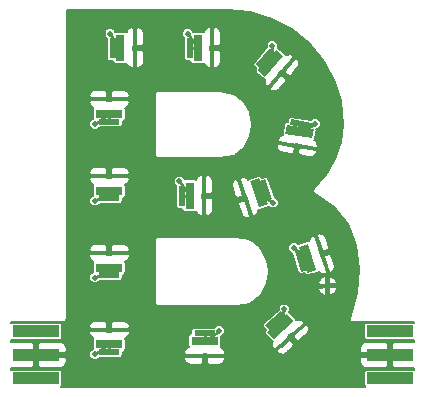
<source format=gtl>
G04 #@! TF.FileFunction,Copper,L1,Top,Signal*
%FSLAX46Y46*%
G04 Gerber Fmt 4.6, Leading zero omitted, Abs format (unit mm)*
G04 Created by KiCad (PCBNEW 4.0.0-rc2-stable) date 3/3/2016 3:42:14 PM*
%MOMM*%
G01*
G04 APERTURE LIST*
%ADD10C,0.150000*%
%ADD11R,1.800000X0.500000*%
%ADD12R,2.300000X0.320000*%
%ADD13R,2.300000X0.800000*%
%ADD14C,0.500000*%
%ADD15R,0.500000X1.800000*%
%ADD16R,0.320000X2.300000*%
%ADD17R,0.800000X2.300000*%
%ADD18R,4.000000X1.000000*%
%ADD19C,0.600000*%
%ADD20C,0.254000*%
%ADD21C,0.152400*%
G04 APERTURE END LIST*
D10*
D11*
X55225180Y-47957323D03*
D12*
X55225180Y-46057323D03*
D13*
X55225180Y-47307323D03*
D14*
X54025180Y-48157323D03*
D11*
X55225180Y-41450888D03*
D12*
X55225180Y-39550888D03*
D13*
X55225180Y-40800888D03*
D14*
X54025180Y-41650888D03*
D11*
X55225180Y-34944456D03*
D12*
X55225180Y-33044456D03*
D13*
X55225180Y-34294456D03*
D14*
X54025180Y-35144456D03*
D11*
X55225180Y-28438021D03*
D12*
X55225180Y-26538021D03*
D13*
X55225180Y-27788021D03*
D14*
X54025180Y-28638021D03*
D15*
X55501253Y-22199406D03*
D16*
X57401253Y-22199406D03*
D17*
X56151253Y-22199406D03*
D14*
X55301253Y-20999406D03*
D15*
X62053650Y-22199406D03*
D16*
X63953650Y-22199406D03*
D17*
X62703650Y-22199406D03*
D14*
X61853650Y-20999406D03*
D10*
G36*
X67617365Y-23593113D02*
X68793211Y-22230253D01*
X69171783Y-22556877D01*
X67995937Y-23919737D01*
X67617365Y-23593113D01*
X67617365Y-23593113D01*
G37*
G36*
X68960771Y-25082362D02*
X70463240Y-23340929D01*
X70705527Y-23549968D01*
X69203058Y-25291401D01*
X68960771Y-25082362D01*
X68960771Y-25082362D01*
G37*
G36*
X67832626Y-24109023D02*
X69335095Y-22367591D01*
X69940810Y-22890189D01*
X68438341Y-24631621D01*
X67832626Y-24109023D01*
X67832626Y-24109023D01*
G37*
D14*
X69027042Y-22035772D03*
D10*
G36*
X70598367Y-28247501D02*
X72374963Y-28536824D01*
X72294595Y-29030323D01*
X70517999Y-28741000D01*
X70598367Y-28247501D01*
X70598367Y-28247501D01*
G37*
G36*
X70031755Y-30171444D02*
X72301850Y-30541133D01*
X72250415Y-30856972D01*
X69980320Y-30487283D01*
X70031755Y-30171444D01*
X70031755Y-30171444D01*
G37*
G36*
X70271251Y-28700817D02*
X72541345Y-29070507D01*
X72412757Y-29860105D01*
X70142663Y-29490415D01*
X70271251Y-28700817D01*
X70271251Y-28700817D01*
G37*
D14*
X72663025Y-28634394D03*
D10*
G36*
X68447437Y-33315204D02*
X69038741Y-35015309D01*
X68566489Y-35179560D01*
X67975185Y-33479455D01*
X68447437Y-33315204D01*
X68447437Y-33315204D01*
G37*
G36*
X66485750Y-33732797D02*
X67241305Y-35905154D01*
X66939064Y-36010275D01*
X66183509Y-33837918D01*
X66485750Y-33732797D01*
X66485750Y-33732797D01*
G37*
G36*
X67893060Y-33243328D02*
X68648615Y-35415686D01*
X67893012Y-35678488D01*
X67137457Y-33506130D01*
X67893060Y-33243328D01*
X67893060Y-33243328D01*
G37*
D14*
X69090066Y-35315085D03*
D15*
X61369180Y-34708256D03*
D16*
X63269180Y-34708256D03*
D17*
X62019180Y-34708256D03*
D14*
X61169180Y-33508256D03*
D11*
X63315650Y-46363832D03*
D12*
X63315650Y-48263832D03*
D13*
X63315650Y-47013832D03*
D14*
X64515650Y-46163832D03*
D10*
G36*
X68448461Y-45701141D02*
X69782465Y-44492658D01*
X70118155Y-44863215D01*
X68784151Y-46071698D01*
X68448461Y-45701141D01*
X68448461Y-45701141D01*
G37*
G36*
X69599228Y-47343802D02*
X71303790Y-45799629D01*
X71518632Y-46036786D01*
X69814070Y-47580959D01*
X69599228Y-47343802D01*
X69599228Y-47343802D01*
G37*
G36*
X68598872Y-46239543D02*
X70303434Y-44695370D01*
X70840538Y-45288261D01*
X69135976Y-46832434D01*
X68598872Y-46239543D01*
X68598872Y-46239543D01*
G37*
D14*
X70038369Y-44328299D03*
D10*
G36*
X71455327Y-41152836D02*
X70910793Y-39437178D01*
X71387365Y-39285918D01*
X71931899Y-41001576D01*
X71455327Y-41152836D01*
X71455327Y-41152836D01*
G37*
G36*
X73427712Y-40789109D02*
X72731918Y-38596879D01*
X73036924Y-38500073D01*
X73732718Y-40692303D01*
X73427712Y-40789109D01*
X73427712Y-40789109D01*
G37*
G36*
X72007529Y-41239862D02*
X71311735Y-39047633D01*
X72074249Y-38805618D01*
X72770043Y-40997847D01*
X72007529Y-41239862D01*
X72007529Y-41239862D01*
G37*
D14*
X70867694Y-39136109D03*
D18*
X79016340Y-50192207D03*
X79016340Y-48192207D03*
X79016340Y-46192207D03*
D19*
X78016340Y-50192207D03*
X78016340Y-48192207D03*
X78016340Y-46192207D03*
D18*
X49020840Y-46192207D03*
X49020840Y-48192207D03*
X49020840Y-50192207D03*
D19*
X50020840Y-46192207D03*
X50020840Y-48192207D03*
X50020840Y-50192207D03*
D14*
X73721210Y-42358405D03*
D20*
X55230000Y-47960000D02*
X55230000Y-47310000D01*
X55230000Y-47960000D02*
X55230000Y-47310000D01*
X55230000Y-47960000D02*
X55230000Y-47310000D01*
X55230000Y-47960000D02*
X55230000Y-47310000D01*
X55230000Y-47960000D02*
X55230000Y-47310000D01*
X55230000Y-47960000D02*
X55230000Y-47310000D01*
X55230000Y-47960000D02*
X55230000Y-47310000D01*
X55230000Y-47960000D02*
X55230000Y-47310000D01*
X55230000Y-47960000D02*
X55230000Y-47310000D01*
X55230000Y-47310000D02*
X54030000Y-48160000D01*
X55230000Y-47310000D02*
X54030000Y-48160000D01*
X55230000Y-47310000D02*
X54030000Y-48160000D01*
X55230000Y-47310000D02*
X54030000Y-48160000D01*
X55230000Y-47310000D02*
X54030000Y-48160000D01*
X55230000Y-47310000D02*
X54030000Y-48160000D01*
X55230000Y-47310000D02*
X54030000Y-48160000D01*
X55230000Y-47310000D02*
X54030000Y-48160000D01*
X55230000Y-47310000D02*
X54030000Y-48160000D01*
X55230000Y-41450000D02*
X55230000Y-40800000D01*
X55230000Y-41450000D02*
X55230000Y-40800000D01*
X55230000Y-41450000D02*
X55230000Y-40800000D01*
X55230000Y-41450000D02*
X55230000Y-40800000D01*
X55230000Y-41450000D02*
X55230000Y-40800000D01*
X55230000Y-41450000D02*
X55230000Y-40800000D01*
X55230000Y-41450000D02*
X55230000Y-40800000D01*
X55230000Y-41450000D02*
X55230000Y-40800000D01*
X55230000Y-41450000D02*
X55230000Y-40800000D01*
X55230000Y-40800000D02*
X54030000Y-41650000D01*
X55230000Y-40800000D02*
X54030000Y-41650000D01*
X55230000Y-40800000D02*
X54030000Y-41650000D01*
X55230000Y-40800000D02*
X54030000Y-41650000D01*
X55230000Y-40800000D02*
X54030000Y-41650000D01*
X55230000Y-40800000D02*
X54030000Y-41650000D01*
X55230000Y-40800000D02*
X54030000Y-41650000D01*
X55230000Y-40800000D02*
X54030000Y-41650000D01*
X55230000Y-40800000D02*
X54030000Y-41650000D01*
X55230000Y-34940000D02*
X55230000Y-34290000D01*
X55230000Y-34940000D02*
X55230000Y-34290000D01*
X55230000Y-34940000D02*
X55230000Y-34290000D01*
X55230000Y-34940000D02*
X55230000Y-34290000D01*
X55230000Y-34940000D02*
X55230000Y-34290000D01*
X55230000Y-34940000D02*
X55230000Y-34290000D01*
X55230000Y-34940000D02*
X55230000Y-34290000D01*
X55230000Y-34940000D02*
X55230000Y-34290000D01*
X55230000Y-34940000D02*
X55230000Y-34290000D01*
X55230000Y-34290000D02*
X54030000Y-35140000D01*
X55230000Y-34290000D02*
X54030000Y-35140000D01*
X55230000Y-34290000D02*
X54030000Y-35140000D01*
X55230000Y-34290000D02*
X54030000Y-35140000D01*
X55230000Y-34290000D02*
X54030000Y-35140000D01*
X55230000Y-34290000D02*
X54030000Y-35140000D01*
X55230000Y-34290000D02*
X54030000Y-35140000D01*
X55230000Y-34290000D02*
X54030000Y-35140000D01*
X55230000Y-34290000D02*
X54030000Y-35140000D01*
X55230000Y-28440000D02*
X55230000Y-27790000D01*
X55230000Y-28440000D02*
X55230000Y-27790000D01*
X55230000Y-28440000D02*
X55230000Y-27790000D01*
X55230000Y-28440000D02*
X55230000Y-27790000D01*
X55230000Y-28440000D02*
X55230000Y-27790000D01*
X55230000Y-28440000D02*
X55230000Y-27790000D01*
X55230000Y-28440000D02*
X55230000Y-27790000D01*
X55230000Y-28440000D02*
X55230000Y-27790000D01*
X55230000Y-28440000D02*
X55230000Y-27790000D01*
X55230000Y-27790000D02*
X54030000Y-28640000D01*
X55230000Y-27790000D02*
X54030000Y-28640000D01*
X55230000Y-27790000D02*
X54030000Y-28640000D01*
X55230000Y-27790000D02*
X54030000Y-28640000D01*
X55230000Y-27790000D02*
X54030000Y-28640000D01*
X55230000Y-27790000D02*
X54030000Y-28640000D01*
X55230000Y-27790000D02*
X54030000Y-28640000D01*
X55230000Y-27790000D02*
X54030000Y-28640000D01*
X55230000Y-27790000D02*
X54030000Y-28640000D01*
X55500000Y-22200000D02*
X56150000Y-22200000D01*
X55500000Y-22200000D02*
X56150000Y-22200000D01*
X55500000Y-22200000D02*
X56150000Y-22200000D01*
X55500000Y-22200000D02*
X56150000Y-22200000D01*
X55500000Y-22200000D02*
X56150000Y-22200000D01*
X55500000Y-22200000D02*
X56150000Y-22200000D01*
X55500000Y-22200000D02*
X56150000Y-22200000D01*
X55500000Y-22200000D02*
X56150000Y-22200000D01*
X55500000Y-22200000D02*
X56150000Y-22200000D01*
X56150000Y-22200000D02*
X55300000Y-21000000D01*
X56150000Y-22200000D02*
X55300000Y-21000000D01*
X56150000Y-22200000D02*
X55300000Y-21000000D01*
X56150000Y-22200000D02*
X55300000Y-21000000D01*
X56150000Y-22200000D02*
X55300000Y-21000000D01*
X56150000Y-22200000D02*
X55300000Y-21000000D01*
X56150000Y-22200000D02*
X55300000Y-21000000D01*
X56150000Y-22200000D02*
X55300000Y-21000000D01*
X56150000Y-22200000D02*
X55300000Y-21000000D01*
X62050000Y-22200000D02*
X62700000Y-22200000D01*
X62050000Y-22200000D02*
X62700000Y-22200000D01*
X62050000Y-22200000D02*
X62700000Y-22200000D01*
X62050000Y-22200000D02*
X62700000Y-22200000D01*
X62050000Y-22200000D02*
X62700000Y-22200000D01*
X62050000Y-22200000D02*
X62700000Y-22200000D01*
X62050000Y-22200000D02*
X62700000Y-22200000D01*
X62050000Y-22200000D02*
X62700000Y-22200000D01*
X62050000Y-22200000D02*
X62700000Y-22200000D01*
X62700000Y-22200000D02*
X61850000Y-21000000D01*
X62700000Y-22200000D02*
X61850000Y-21000000D01*
X62700000Y-22200000D02*
X61850000Y-21000000D01*
X62700000Y-22200000D02*
X61850000Y-21000000D01*
X62700000Y-22200000D02*
X61850000Y-21000000D01*
X62700000Y-22200000D02*
X61850000Y-21000000D01*
X62700000Y-22200000D02*
X61850000Y-21000000D01*
X62700000Y-22200000D02*
X61850000Y-21000000D01*
X62700000Y-22200000D02*
X61850000Y-21000000D01*
X68390000Y-23070000D02*
X68890000Y-23500000D01*
X68390000Y-23070000D02*
X68890000Y-23500000D01*
X68390000Y-23070000D02*
X68890000Y-23500000D01*
X68390000Y-23070000D02*
X68890000Y-23500000D01*
X68390000Y-23070000D02*
X68890000Y-23500000D01*
X68390000Y-23070000D02*
X68890000Y-23500000D01*
X68390000Y-23070000D02*
X68890000Y-23500000D01*
X68390000Y-23070000D02*
X68890000Y-23500000D01*
X68390000Y-23070000D02*
X68890000Y-23500000D01*
X68890000Y-23500000D02*
X69030000Y-22040000D01*
X68890000Y-23500000D02*
X69030000Y-22040000D01*
X68890000Y-23500000D02*
X69030000Y-22040000D01*
X68890000Y-23500000D02*
X69030000Y-22040000D01*
X68890000Y-23500000D02*
X69030000Y-22040000D01*
X68890000Y-23500000D02*
X69030000Y-22040000D01*
X68890000Y-23500000D02*
X69030000Y-22040000D01*
X68890000Y-23500000D02*
X69030000Y-22040000D01*
X68890000Y-23500000D02*
X69030000Y-22040000D01*
X71450000Y-28640000D02*
X71340000Y-29280000D01*
X71450000Y-28640000D02*
X71340000Y-29280000D01*
X71450000Y-28640000D02*
X71340000Y-29280000D01*
X71450000Y-28640000D02*
X71340000Y-29280000D01*
X71450000Y-28640000D02*
X71340000Y-29280000D01*
X71450000Y-28640000D02*
X71340000Y-29280000D01*
X71450000Y-28640000D02*
X71340000Y-29280000D01*
X71450000Y-28640000D02*
X71340000Y-29280000D01*
X71450000Y-28640000D02*
X71340000Y-29280000D01*
X71340000Y-29280000D02*
X72660000Y-28630000D01*
X71340000Y-29280000D02*
X72660000Y-28630000D01*
X71340000Y-29280000D02*
X72660000Y-28630000D01*
X71340000Y-29280000D02*
X72660000Y-28630000D01*
X71340000Y-29280000D02*
X72660000Y-28630000D01*
X71340000Y-29280000D02*
X72660000Y-28630000D01*
X71340000Y-29280000D02*
X72660000Y-28630000D01*
X71340000Y-29280000D02*
X72660000Y-28630000D01*
X71340000Y-29280000D02*
X72660000Y-28630000D01*
X68510000Y-34250000D02*
X67890000Y-34460000D01*
X68510000Y-34250000D02*
X67890000Y-34460000D01*
X68510000Y-34250000D02*
X67890000Y-34460000D01*
X68510000Y-34250000D02*
X67890000Y-34460000D01*
X68510000Y-34250000D02*
X67890000Y-34460000D01*
X68510000Y-34250000D02*
X67890000Y-34460000D01*
X68510000Y-34250000D02*
X67890000Y-34460000D01*
X68510000Y-34250000D02*
X67890000Y-34460000D01*
X68510000Y-34250000D02*
X67890000Y-34460000D01*
X67890000Y-34460000D02*
X69090000Y-35320000D01*
X67890000Y-34460000D02*
X69090000Y-35320000D01*
X67890000Y-34460000D02*
X69090000Y-35320000D01*
X67890000Y-34460000D02*
X69090000Y-35320000D01*
X67890000Y-34460000D02*
X69090000Y-35320000D01*
X67890000Y-34460000D02*
X69090000Y-35320000D01*
X67890000Y-34460000D02*
X69090000Y-35320000D01*
X67890000Y-34460000D02*
X69090000Y-35320000D01*
X67890000Y-34460000D02*
X69090000Y-35320000D01*
X61370000Y-34710000D02*
X62020000Y-34710000D01*
X61370000Y-34710000D02*
X62020000Y-34710000D01*
X61370000Y-34710000D02*
X62020000Y-34710000D01*
X61370000Y-34710000D02*
X62020000Y-34710000D01*
X61370000Y-34710000D02*
X62020000Y-34710000D01*
X61370000Y-34710000D02*
X62020000Y-34710000D01*
X61370000Y-34710000D02*
X62020000Y-34710000D01*
X61370000Y-34710000D02*
X62020000Y-34710000D01*
X61370000Y-34710000D02*
X62020000Y-34710000D01*
X62020000Y-34710000D02*
X61170000Y-33510000D01*
X62020000Y-34710000D02*
X61170000Y-33510000D01*
X62020000Y-34710000D02*
X61170000Y-33510000D01*
X62020000Y-34710000D02*
X61170000Y-33510000D01*
X62020000Y-34710000D02*
X61170000Y-33510000D01*
X62020000Y-34710000D02*
X61170000Y-33510000D01*
X62020000Y-34710000D02*
X61170000Y-33510000D01*
X62020000Y-34710000D02*
X61170000Y-33510000D01*
X62020000Y-34710000D02*
X61170000Y-33510000D01*
X63320000Y-46360000D02*
X63320000Y-47010000D01*
X63320000Y-46360000D02*
X63320000Y-47010000D01*
X63320000Y-46360000D02*
X63320000Y-47010000D01*
X63320000Y-46360000D02*
X63320000Y-47010000D01*
X63320000Y-46360000D02*
X63320000Y-47010000D01*
X63320000Y-46360000D02*
X63320000Y-47010000D01*
X63320000Y-46360000D02*
X63320000Y-47010000D01*
X63320000Y-46360000D02*
X63320000Y-47010000D01*
X63320000Y-46360000D02*
X63320000Y-47010000D01*
X63320000Y-47010000D02*
X64520000Y-46160000D01*
X63320000Y-47010000D02*
X64520000Y-46160000D01*
X63320000Y-47010000D02*
X64520000Y-46160000D01*
X63320000Y-47010000D02*
X64520000Y-46160000D01*
X63320000Y-47010000D02*
X64520000Y-46160000D01*
X63320000Y-47010000D02*
X64520000Y-46160000D01*
X63320000Y-47010000D02*
X64520000Y-46160000D01*
X63320000Y-47010000D02*
X64520000Y-46160000D01*
X63320000Y-47010000D02*
X64520000Y-46160000D01*
X69280000Y-45280000D02*
X69720000Y-45760000D01*
X69280000Y-45280000D02*
X69720000Y-45760000D01*
X69280000Y-45280000D02*
X69720000Y-45760000D01*
X69280000Y-45280000D02*
X69720000Y-45760000D01*
X69280000Y-45280000D02*
X69720000Y-45760000D01*
X69280000Y-45280000D02*
X69720000Y-45760000D01*
X69280000Y-45280000D02*
X69720000Y-45760000D01*
X69280000Y-45280000D02*
X69720000Y-45760000D01*
X69280000Y-45280000D02*
X69720000Y-45760000D01*
X69720000Y-45760000D02*
X70040000Y-44330000D01*
X69720000Y-45760000D02*
X70040000Y-44330000D01*
X69720000Y-45760000D02*
X70040000Y-44330000D01*
X69720000Y-45760000D02*
X70040000Y-44330000D01*
X69720000Y-45760000D02*
X70040000Y-44330000D01*
X69720000Y-45760000D02*
X70040000Y-44330000D01*
X69720000Y-45760000D02*
X70040000Y-44330000D01*
X69720000Y-45760000D02*
X70040000Y-44330000D01*
X69720000Y-45760000D02*
X70040000Y-44330000D01*
X71420000Y-40220000D02*
X72040000Y-40020000D01*
X71420000Y-40220000D02*
X72040000Y-40020000D01*
X71420000Y-40220000D02*
X72040000Y-40020000D01*
X71420000Y-40220000D02*
X72040000Y-40020000D01*
X71420000Y-40220000D02*
X72040000Y-40020000D01*
X71420000Y-40220000D02*
X72040000Y-40020000D01*
X71420000Y-40220000D02*
X72040000Y-40020000D01*
X71420000Y-40220000D02*
X72040000Y-40020000D01*
X71420000Y-40220000D02*
X72040000Y-40020000D01*
X72040000Y-40020000D02*
X70870000Y-39140000D01*
X72040000Y-40020000D02*
X70870000Y-39140000D01*
X72040000Y-40020000D02*
X70870000Y-39140000D01*
X72040000Y-40020000D02*
X70870000Y-39140000D01*
X72040000Y-40020000D02*
X70870000Y-39140000D01*
X72040000Y-40020000D02*
X70870000Y-39140000D01*
X72040000Y-40020000D02*
X70870000Y-39140000D01*
X72040000Y-40020000D02*
X70870000Y-39140000D01*
X72040000Y-40020000D02*
X70870000Y-39140000D01*
D21*
G36*
X67155999Y-19184764D02*
X69014044Y-19748987D01*
X70706187Y-20633958D01*
X72143984Y-21799740D01*
X73338743Y-23217910D01*
X74242200Y-24879105D01*
X74815543Y-26715745D01*
X75009849Y-28687949D01*
X74846400Y-30130148D01*
X74353749Y-31627418D01*
X73584127Y-33003117D01*
X72538555Y-34097548D01*
X72526526Y-34116471D01*
X72510461Y-34132109D01*
X72497646Y-34161905D01*
X72480240Y-34189287D01*
X72476369Y-34211375D01*
X72467511Y-34231969D01*
X72467074Y-34264406D01*
X72461473Y-34296359D01*
X72466347Y-34318242D01*
X72466045Y-34340663D01*
X72478054Y-34370798D01*
X72485107Y-34402463D01*
X72497986Y-34420817D01*
X72506286Y-34441644D01*
X72528914Y-34464890D01*
X72547548Y-34491445D01*
X72566471Y-34503474D01*
X72582109Y-34519539D01*
X74277894Y-35686004D01*
X75435773Y-37140530D01*
X76117308Y-38887562D01*
X76350167Y-40925078D01*
X76194101Y-42934424D01*
X75716882Y-44804344D01*
X75608836Y-45029441D01*
X75606911Y-45036942D01*
X75602607Y-45043384D01*
X75593465Y-45089345D01*
X75581818Y-45134735D01*
X75582911Y-45142405D01*
X75581400Y-45150000D01*
X75590541Y-45195957D01*
X75597152Y-45242352D01*
X75601096Y-45249018D01*
X75602607Y-45256616D01*
X75628639Y-45295576D01*
X75652501Y-45335910D01*
X75658697Y-45340561D01*
X75663000Y-45347000D01*
X75701963Y-45373035D01*
X75739441Y-45401164D01*
X75746942Y-45403089D01*
X75753384Y-45407393D01*
X75799345Y-45416535D01*
X75844735Y-45428182D01*
X75852405Y-45427089D01*
X75860000Y-45428600D01*
X81051400Y-45428600D01*
X81051400Y-45466229D01*
X81016340Y-45459129D01*
X77016340Y-45459129D01*
X76931626Y-45475069D01*
X76853822Y-45525135D01*
X76801625Y-45601527D01*
X76783262Y-45692207D01*
X76783262Y-46692207D01*
X76799202Y-46776921D01*
X76849268Y-46854725D01*
X76925660Y-46906922D01*
X77016340Y-46925285D01*
X81016340Y-46925285D01*
X81051400Y-46918688D01*
X81051400Y-47108007D01*
X79340190Y-47108007D01*
X79194140Y-47254057D01*
X79194140Y-48014407D01*
X79214140Y-48014407D01*
X79214140Y-48370007D01*
X79194140Y-48370007D01*
X79194140Y-49130357D01*
X79340190Y-49276407D01*
X81051400Y-49276407D01*
X81051400Y-49466229D01*
X81016340Y-49459129D01*
X77016340Y-49459129D01*
X76931626Y-49475069D01*
X76853822Y-49525135D01*
X76801625Y-49601527D01*
X76783262Y-49692207D01*
X76783262Y-50692207D01*
X76799202Y-50776921D01*
X76849268Y-50854725D01*
X76873672Y-50871400D01*
X66540000Y-50871400D01*
X66489726Y-50881400D01*
X51380274Y-50881400D01*
X51330000Y-50871400D01*
X51164522Y-50871400D01*
X51183358Y-50859279D01*
X51235555Y-50782887D01*
X51253918Y-50692207D01*
X51253918Y-49692207D01*
X51237978Y-49607493D01*
X51187912Y-49529689D01*
X51111520Y-49477492D01*
X51020840Y-49459129D01*
X47020840Y-49459129D01*
X46936126Y-49475069D01*
X46908600Y-49492782D01*
X46908600Y-49276407D01*
X48696990Y-49276407D01*
X48843040Y-49130357D01*
X48843040Y-48370007D01*
X48823040Y-48370007D01*
X48823040Y-48130540D01*
X49121428Y-48130540D01*
X49166293Y-48479424D01*
X49198640Y-48557517D01*
X49198640Y-49130357D01*
X49344690Y-49276407D01*
X51137044Y-49276407D01*
X51351762Y-49187468D01*
X51516101Y-49023130D01*
X51605040Y-48808412D01*
X51605040Y-48516057D01*
X51458990Y-48370007D01*
X50888760Y-48370007D01*
X50920252Y-48253874D01*
X50889458Y-48014407D01*
X51458990Y-48014407D01*
X51605040Y-47868357D01*
X51605040Y-47576002D01*
X51516101Y-47361284D01*
X51351762Y-47196946D01*
X51137044Y-47108007D01*
X49344690Y-47108007D01*
X49198640Y-47254057D01*
X49198640Y-47845809D01*
X49121428Y-48130540D01*
X48823040Y-48130540D01*
X48823040Y-48014407D01*
X48843040Y-48014407D01*
X48843040Y-47254057D01*
X48696990Y-47108007D01*
X46908600Y-47108007D01*
X46908600Y-46892191D01*
X46930160Y-46906922D01*
X47020840Y-46925285D01*
X51020840Y-46925285D01*
X51105554Y-46909345D01*
X51183358Y-46859279D01*
X51235555Y-46782887D01*
X51253918Y-46692207D01*
X51253918Y-46283373D01*
X53490980Y-46283373D01*
X53490980Y-46333528D01*
X53579919Y-46548246D01*
X53744258Y-46712584D01*
X53890248Y-46773055D01*
X53860465Y-46816643D01*
X53842102Y-46907323D01*
X53842102Y-47707323D01*
X53843464Y-47714561D01*
X53754429Y-47751349D01*
X53619680Y-47885864D01*
X53546664Y-48061706D01*
X53546497Y-48252105D01*
X53619206Y-48428074D01*
X53753721Y-48562823D01*
X53929563Y-48635839D01*
X54119962Y-48636006D01*
X54295931Y-48563297D01*
X54369473Y-48489882D01*
X61581450Y-48489882D01*
X61581450Y-48540037D01*
X61670389Y-48754755D01*
X61834728Y-48919093D01*
X62049446Y-49008032D01*
X62991800Y-49008032D01*
X63137850Y-48861982D01*
X63137850Y-48343832D01*
X63493450Y-48343832D01*
X63493450Y-48861982D01*
X63639500Y-49008032D01*
X64581854Y-49008032D01*
X64796572Y-48919093D01*
X64960911Y-48754755D01*
X65049850Y-48540037D01*
X65049850Y-48489882D01*
X64903800Y-48343832D01*
X63493450Y-48343832D01*
X63137850Y-48343832D01*
X61727500Y-48343832D01*
X61581450Y-48489882D01*
X54369473Y-48489882D01*
X54419041Y-48440401D01*
X56125180Y-48440401D01*
X56209894Y-48424461D01*
X56287698Y-48374395D01*
X56339895Y-48298003D01*
X56358258Y-48207323D01*
X56358258Y-47987627D01*
X61581450Y-47987627D01*
X61581450Y-48037782D01*
X61727500Y-48183832D01*
X63137850Y-48183832D01*
X63137850Y-48103832D01*
X63493450Y-48103832D01*
X63493450Y-48183832D01*
X64903800Y-48183832D01*
X65049850Y-48037782D01*
X65049850Y-48022129D01*
X69425456Y-48022129D01*
X69459129Y-48059300D01*
X69669200Y-48158718D01*
X69901327Y-48170178D01*
X70120169Y-48091934D01*
X70292411Y-47935900D01*
X70689690Y-47576002D01*
X76432140Y-47576002D01*
X76432140Y-47868357D01*
X76578190Y-48014407D01*
X77148420Y-48014407D01*
X77116928Y-48130540D01*
X77147722Y-48370007D01*
X76578190Y-48370007D01*
X76432140Y-48516057D01*
X76432140Y-48808412D01*
X76521079Y-49023130D01*
X76685418Y-49187468D01*
X76900136Y-49276407D01*
X78692490Y-49276407D01*
X78838540Y-49130357D01*
X78838540Y-48538605D01*
X78915752Y-48253874D01*
X78870887Y-47904990D01*
X78838540Y-47826897D01*
X78838540Y-47254057D01*
X78692490Y-47108007D01*
X76900136Y-47108007D01*
X76685418Y-47196946D01*
X76521079Y-47361284D01*
X76432140Y-47576002D01*
X70689690Y-47576002D01*
X70818561Y-47459257D01*
X70828746Y-47252962D01*
X70480870Y-46868954D01*
X69435641Y-47815834D01*
X69425456Y-48022129D01*
X65049850Y-48022129D01*
X65049850Y-47987627D01*
X64960911Y-47772909D01*
X64796572Y-47608571D01*
X64650582Y-47548100D01*
X64680365Y-47504512D01*
X64698728Y-47413832D01*
X64698728Y-46613832D01*
X64697366Y-46606594D01*
X64786401Y-46569806D01*
X64921150Y-46435291D01*
X64994166Y-46259449D01*
X64994333Y-46069050D01*
X64921624Y-45893081D01*
X64787109Y-45758332D01*
X64613958Y-45686433D01*
X68215848Y-45686433D01*
X68228452Y-45778092D01*
X68275724Y-45857625D01*
X68454930Y-46055444D01*
X68442388Y-46066806D01*
X68390307Y-46135494D01*
X68366259Y-46224835D01*
X68378863Y-46316494D01*
X68426135Y-46396027D01*
X68963239Y-46988918D01*
X69031927Y-47040999D01*
X69088949Y-47056348D01*
X69021470Y-47198932D01*
X69010009Y-47431059D01*
X69088252Y-47649901D01*
X69121925Y-47687072D01*
X69328220Y-47697256D01*
X70373450Y-46750376D01*
X70319739Y-46691087D01*
X70386937Y-46630212D01*
X70744410Y-46630212D01*
X71092286Y-47014220D01*
X71298580Y-47024405D01*
X71824730Y-46547762D01*
X71996972Y-46391727D01*
X72096390Y-46181656D01*
X72107851Y-45949529D01*
X72029608Y-45730687D01*
X71995935Y-45693516D01*
X71789640Y-45683332D01*
X70744410Y-46630212D01*
X70386937Y-46630212D01*
X70583279Y-46452345D01*
X70636990Y-46511634D01*
X71682219Y-45564754D01*
X71692404Y-45358459D01*
X71658731Y-45321288D01*
X71448660Y-45221870D01*
X71216533Y-45210410D01*
X71067739Y-45263609D01*
X71060547Y-45211310D01*
X71013275Y-45131777D01*
X70476171Y-44538886D01*
X70470828Y-44534834D01*
X70516885Y-44423916D01*
X70517052Y-44233517D01*
X70444343Y-44057548D01*
X70309828Y-43922799D01*
X70133986Y-43849783D01*
X69943587Y-43849616D01*
X69767618Y-43922325D01*
X69632869Y-44056840D01*
X69559853Y-44232682D01*
X69559724Y-44379944D01*
X68291977Y-45528404D01*
X68239896Y-45597092D01*
X68215848Y-45686433D01*
X64613958Y-45686433D01*
X64611267Y-45685316D01*
X64420868Y-45685149D01*
X64244899Y-45757858D01*
X64121789Y-45880754D01*
X62415650Y-45880754D01*
X62330936Y-45896694D01*
X62253132Y-45946760D01*
X62200935Y-46023152D01*
X62182572Y-46113832D01*
X62182572Y-46380754D01*
X62165650Y-46380754D01*
X62080936Y-46396694D01*
X62003132Y-46446760D01*
X61950935Y-46523152D01*
X61932572Y-46613832D01*
X61932572Y-47413832D01*
X61948512Y-47498546D01*
X61980467Y-47548204D01*
X61834728Y-47608571D01*
X61670389Y-47772909D01*
X61581450Y-47987627D01*
X56358258Y-47987627D01*
X56358258Y-47940401D01*
X56375180Y-47940401D01*
X56459894Y-47924461D01*
X56537698Y-47874395D01*
X56589895Y-47798003D01*
X56608258Y-47707323D01*
X56608258Y-46907323D01*
X56592318Y-46822609D01*
X56560363Y-46772951D01*
X56706102Y-46712584D01*
X56870441Y-46548246D01*
X56959380Y-46333528D01*
X56959380Y-46283373D01*
X56813330Y-46137323D01*
X55402980Y-46137323D01*
X55402980Y-46217323D01*
X55047380Y-46217323D01*
X55047380Y-46137323D01*
X53637030Y-46137323D01*
X53490980Y-46283373D01*
X51253918Y-46283373D01*
X51253918Y-45781118D01*
X53490980Y-45781118D01*
X53490980Y-45831273D01*
X53637030Y-45977323D01*
X55047380Y-45977323D01*
X55047380Y-45459173D01*
X55402980Y-45459173D01*
X55402980Y-45977323D01*
X56813330Y-45977323D01*
X56959380Y-45831273D01*
X56959380Y-45781118D01*
X56870441Y-45566400D01*
X56706102Y-45402062D01*
X56491384Y-45313123D01*
X55549030Y-45313123D01*
X55402980Y-45459173D01*
X55047380Y-45459173D01*
X54901330Y-45313123D01*
X53958976Y-45313123D01*
X53744258Y-45402062D01*
X53579919Y-45566400D01*
X53490980Y-45781118D01*
X51253918Y-45781118D01*
X51253918Y-45692207D01*
X51237978Y-45607493D01*
X51187912Y-45529689D01*
X51111520Y-45477492D01*
X51020840Y-45459129D01*
X47020840Y-45459129D01*
X46936126Y-45475069D01*
X46908600Y-45492782D01*
X46908600Y-45428600D01*
X51330000Y-45428600D01*
X51436616Y-45407393D01*
X51527000Y-45347000D01*
X51587393Y-45256616D01*
X51608600Y-45150000D01*
X51608600Y-39776938D01*
X53490980Y-39776938D01*
X53490980Y-39827093D01*
X53579919Y-40041811D01*
X53744258Y-40206149D01*
X53890248Y-40266620D01*
X53860465Y-40310208D01*
X53842102Y-40400888D01*
X53842102Y-41200888D01*
X53843464Y-41208126D01*
X53754429Y-41244914D01*
X53619680Y-41379429D01*
X53546664Y-41555271D01*
X53546497Y-41745670D01*
X53619206Y-41921639D01*
X53753721Y-42056388D01*
X53929563Y-42129404D01*
X54119962Y-42129571D01*
X54295931Y-42056862D01*
X54419041Y-41933966D01*
X56125180Y-41933966D01*
X56209894Y-41918026D01*
X56287698Y-41867960D01*
X56339895Y-41791568D01*
X56358258Y-41700888D01*
X56358258Y-41433966D01*
X56375180Y-41433966D01*
X56459894Y-41418026D01*
X56537698Y-41367960D01*
X56589895Y-41291568D01*
X56608258Y-41200888D01*
X56608258Y-40400888D01*
X56592318Y-40316174D01*
X56560363Y-40266516D01*
X56706102Y-40206149D01*
X56870441Y-40041811D01*
X56959380Y-39827093D01*
X56959380Y-39776938D01*
X56813330Y-39630888D01*
X55402980Y-39630888D01*
X55402980Y-39710888D01*
X55047380Y-39710888D01*
X55047380Y-39630888D01*
X53637030Y-39630888D01*
X53490980Y-39776938D01*
X51608600Y-39776938D01*
X51608600Y-39274683D01*
X53490980Y-39274683D01*
X53490980Y-39324838D01*
X53637030Y-39470888D01*
X55047380Y-39470888D01*
X55047380Y-38952738D01*
X55402980Y-38952738D01*
X55402980Y-39470888D01*
X56813330Y-39470888D01*
X56959380Y-39324838D01*
X56959380Y-39274683D01*
X56870441Y-39059965D01*
X56706102Y-38895627D01*
X56491384Y-38806688D01*
X55549030Y-38806688D01*
X55402980Y-38952738D01*
X55047380Y-38952738D01*
X54901330Y-38806688D01*
X53958976Y-38806688D01*
X53744258Y-38895627D01*
X53579919Y-39059965D01*
X53490980Y-39274683D01*
X51608600Y-39274683D01*
X51608600Y-38460000D01*
X59071400Y-38460000D01*
X59071400Y-43790000D01*
X59092607Y-43896616D01*
X59153000Y-43987000D01*
X59243384Y-44047393D01*
X59350000Y-44068600D01*
X65970000Y-44068600D01*
X65995868Y-44063455D01*
X66022244Y-44063658D01*
X67122244Y-43853658D01*
X67134029Y-43848882D01*
X67146700Y-43847834D01*
X67160924Y-43840514D01*
X67176616Y-43837393D01*
X67198546Y-43822740D01*
X67222992Y-43812834D01*
X67232052Y-43803912D01*
X67243357Y-43798095D01*
X68023357Y-43178095D01*
X68025631Y-43175411D01*
X68028718Y-43173724D01*
X68060688Y-43134029D01*
X68093622Y-43095152D01*
X68094695Y-43091803D01*
X68096902Y-43089063D01*
X68337857Y-42628105D01*
X72914558Y-42628105D01*
X73079171Y-42916268D01*
X73341528Y-43119500D01*
X73480851Y-43174280D01*
X73608766Y-43053867D01*
X73598491Y-42485645D01*
X73030268Y-42495920D01*
X72914558Y-42628105D01*
X68337857Y-42628105D01*
X68414688Y-42481124D01*
X73848450Y-42481124D01*
X73858725Y-43049347D01*
X73990910Y-43165057D01*
X74279073Y-43000444D01*
X74482305Y-42738087D01*
X74537085Y-42598764D01*
X74416672Y-42470849D01*
X73848450Y-42481124D01*
X68414688Y-42481124D01*
X68556902Y-42209063D01*
X68570051Y-42164236D01*
X68585684Y-42120204D01*
X68585998Y-42118046D01*
X72905335Y-42118046D01*
X73025748Y-42245961D01*
X73593970Y-42235686D01*
X73583695Y-41667463D01*
X73578532Y-41662943D01*
X73833654Y-41662943D01*
X73843929Y-42231165D01*
X74412152Y-42220890D01*
X74527862Y-42088705D01*
X74363249Y-41800542D01*
X74100892Y-41597310D01*
X73961569Y-41542530D01*
X73833654Y-41662943D01*
X73578532Y-41662943D01*
X73451510Y-41551753D01*
X73163347Y-41716366D01*
X72960115Y-41978723D01*
X72905335Y-42118046D01*
X68585998Y-42118046D01*
X68725684Y-41160204D01*
X68723383Y-41115596D01*
X68724244Y-41070925D01*
X68554244Y-40120925D01*
X68537927Y-40079280D01*
X68524582Y-40036592D01*
X68085109Y-39230891D01*
X70389011Y-39230891D01*
X70461720Y-39406860D01*
X70596235Y-39541609D01*
X70715062Y-39590950D01*
X71233170Y-41223347D01*
X71273991Y-41299269D01*
X71345248Y-41358282D01*
X71433851Y-41384922D01*
X71525838Y-41374993D01*
X71780253Y-41294244D01*
X71785372Y-41310373D01*
X71826193Y-41386295D01*
X71897450Y-41445308D01*
X71986053Y-41471948D01*
X72078040Y-41462019D01*
X72840554Y-41220004D01*
X72916476Y-41179183D01*
X72954141Y-41133704D01*
X73055767Y-41254351D01*
X73262121Y-41361274D01*
X73493684Y-41381089D01*
X73541488Y-41365917D01*
X73636512Y-41182527D01*
X73209854Y-39838261D01*
X73133603Y-39862462D01*
X73110560Y-39789858D01*
X73362357Y-39789858D01*
X73789015Y-41134124D01*
X73972405Y-41229148D01*
X74020209Y-41213975D01*
X74197961Y-41064247D01*
X74304883Y-40857893D01*
X74324698Y-40626330D01*
X74254390Y-40404811D01*
X74039618Y-39728132D01*
X73856229Y-39633108D01*
X73362357Y-39789858D01*
X73110560Y-39789858D01*
X73026028Y-39523525D01*
X73102279Y-39499324D01*
X72675621Y-38155058D01*
X72582207Y-38106655D01*
X72828124Y-38106655D01*
X73254782Y-39450921D01*
X73748653Y-39294170D01*
X73843676Y-39110781D01*
X73628905Y-38434102D01*
X73558596Y-38212582D01*
X73408869Y-38034831D01*
X73202515Y-37927908D01*
X72970952Y-37908093D01*
X72923148Y-37923265D01*
X72828124Y-38106655D01*
X72582207Y-38106655D01*
X72492231Y-38060034D01*
X72444427Y-38075207D01*
X72266675Y-38224935D01*
X72159753Y-38431289D01*
X72146280Y-38588732D01*
X72095725Y-38573532D01*
X72003738Y-38583461D01*
X71241224Y-38825476D01*
X71236429Y-38828054D01*
X71139153Y-38730609D01*
X70963311Y-38657593D01*
X70772912Y-38657426D01*
X70596943Y-38730135D01*
X70462194Y-38864650D01*
X70389178Y-39040492D01*
X70389011Y-39230891D01*
X68085109Y-39230891D01*
X68044582Y-39156592D01*
X68043931Y-39155812D01*
X68043622Y-39154848D01*
X68009155Y-39114162D01*
X67974911Y-39073149D01*
X67974012Y-39072678D01*
X67973357Y-39071905D01*
X67193357Y-38451905D01*
X67182262Y-38446195D01*
X67173385Y-38437425D01*
X67134261Y-38421495D01*
X67096700Y-38402166D01*
X67084264Y-38401137D01*
X67072706Y-38396431D01*
X65982706Y-38186431D01*
X65956098Y-38186591D01*
X65930000Y-38181400D01*
X59350000Y-38181400D01*
X59243384Y-38202607D01*
X59153000Y-38263000D01*
X59092607Y-38353384D01*
X59071400Y-38460000D01*
X51608600Y-38460000D01*
X51608600Y-33270506D01*
X53490980Y-33270506D01*
X53490980Y-33320661D01*
X53579919Y-33535379D01*
X53744258Y-33699717D01*
X53890248Y-33760188D01*
X53860465Y-33803776D01*
X53842102Y-33894456D01*
X53842102Y-34694456D01*
X53843464Y-34701694D01*
X53754429Y-34738482D01*
X53619680Y-34872997D01*
X53546664Y-35048839D01*
X53546497Y-35239238D01*
X53619206Y-35415207D01*
X53753721Y-35549956D01*
X53929563Y-35622972D01*
X54119962Y-35623139D01*
X54295931Y-35550430D01*
X54419041Y-35427534D01*
X56125180Y-35427534D01*
X56209894Y-35411594D01*
X56287698Y-35361528D01*
X56339895Y-35285136D01*
X56358258Y-35194456D01*
X56358258Y-34927534D01*
X56375180Y-34927534D01*
X56459894Y-34911594D01*
X56537698Y-34861528D01*
X56589895Y-34785136D01*
X56608258Y-34694456D01*
X56608258Y-33894456D01*
X56592318Y-33809742D01*
X56560363Y-33760084D01*
X56706102Y-33699717D01*
X56802781Y-33603038D01*
X60690497Y-33603038D01*
X60763206Y-33779007D01*
X60886102Y-33902117D01*
X60886102Y-35608256D01*
X60902042Y-35692970D01*
X60952108Y-35770774D01*
X61028500Y-35822971D01*
X61119180Y-35841334D01*
X61386102Y-35841334D01*
X61386102Y-35858256D01*
X61402042Y-35942970D01*
X61452108Y-36020774D01*
X61528500Y-36072971D01*
X61619180Y-36091334D01*
X62419180Y-36091334D01*
X62503894Y-36075394D01*
X62553552Y-36043439D01*
X62613919Y-36189178D01*
X62778257Y-36353517D01*
X62992975Y-36442456D01*
X63043130Y-36442456D01*
X63189180Y-36296406D01*
X63189180Y-34886056D01*
X63349180Y-34886056D01*
X63349180Y-36296406D01*
X63495230Y-36442456D01*
X63545385Y-36442456D01*
X63760103Y-36353517D01*
X63924441Y-36189178D01*
X64013380Y-35974460D01*
X64013380Y-35421885D01*
X66115893Y-35421885D01*
X66349112Y-36092430D01*
X66425459Y-36311941D01*
X66579997Y-36485526D01*
X66789201Y-36586760D01*
X67021219Y-36600227D01*
X67068591Y-36583751D01*
X67158558Y-36397829D01*
X66695254Y-35065749D01*
X66205860Y-35235962D01*
X66115893Y-35421885D01*
X64013380Y-35421885D01*
X64013380Y-35032106D01*
X63867330Y-34886056D01*
X63349180Y-34886056D01*
X63189180Y-34886056D01*
X63109180Y-34886056D01*
X63109180Y-34530456D01*
X63189180Y-34530456D01*
X63189180Y-33120106D01*
X63349180Y-33120106D01*
X63349180Y-34530456D01*
X63867330Y-34530456D01*
X64013380Y-34384406D01*
X64013380Y-33920074D01*
X65593557Y-33920074D01*
X65669904Y-34139585D01*
X65903122Y-34810130D01*
X66089045Y-34900097D01*
X66578439Y-34729884D01*
X66115136Y-33397804D01*
X66006516Y-33345243D01*
X66266256Y-33345243D01*
X66729560Y-34677323D01*
X66805120Y-34651043D01*
X66921935Y-34986908D01*
X66846375Y-35013188D01*
X67309678Y-36345268D01*
X67495601Y-36435235D01*
X67542972Y-36418759D01*
X67716557Y-36264221D01*
X67817789Y-36055017D01*
X67826946Y-35897265D01*
X67877898Y-35911075D01*
X67969579Y-35898631D01*
X68725182Y-35635829D01*
X68730788Y-35632614D01*
X68818607Y-35720585D01*
X68994449Y-35793601D01*
X69184848Y-35793768D01*
X69360817Y-35721059D01*
X69495566Y-35586544D01*
X69568582Y-35410702D01*
X69568749Y-35220303D01*
X69496040Y-35044334D01*
X69361525Y-34909585D01*
X69229706Y-34854849D01*
X68667580Y-33238637D01*
X68624696Y-33163861D01*
X68551850Y-33106821D01*
X68462551Y-33082617D01*
X68370870Y-33095061D01*
X68118762Y-33182745D01*
X68113203Y-33166761D01*
X68070319Y-33091985D01*
X67997472Y-33034945D01*
X67908174Y-33010741D01*
X67816493Y-33023185D01*
X67060890Y-33285987D01*
X66986114Y-33328871D01*
X66949708Y-33375365D01*
X66844817Y-33257546D01*
X66635613Y-33156312D01*
X66403595Y-33142845D01*
X66356223Y-33159321D01*
X66266256Y-33345243D01*
X66006516Y-33345243D01*
X65929213Y-33307837D01*
X65881842Y-33324313D01*
X65708257Y-33478851D01*
X65607025Y-33688055D01*
X65593557Y-33920074D01*
X64013380Y-33920074D01*
X64013380Y-33442052D01*
X63924441Y-33227334D01*
X63760103Y-33062995D01*
X63545385Y-32974056D01*
X63495230Y-32974056D01*
X63349180Y-33120106D01*
X63189180Y-33120106D01*
X63043130Y-32974056D01*
X62992975Y-32974056D01*
X62778257Y-33062995D01*
X62613919Y-33227334D01*
X62553448Y-33373324D01*
X62509860Y-33343541D01*
X62419180Y-33325178D01*
X61619180Y-33325178D01*
X61611942Y-33326540D01*
X61575154Y-33237505D01*
X61440639Y-33102756D01*
X61264797Y-33029740D01*
X61074398Y-33029573D01*
X60898429Y-33102282D01*
X60763680Y-33236797D01*
X60690664Y-33412639D01*
X60690497Y-33603038D01*
X56802781Y-33603038D01*
X56870441Y-33535379D01*
X56959380Y-33320661D01*
X56959380Y-33270506D01*
X56813330Y-33124456D01*
X55402980Y-33124456D01*
X55402980Y-33204456D01*
X55047380Y-33204456D01*
X55047380Y-33124456D01*
X53637030Y-33124456D01*
X53490980Y-33270506D01*
X51608600Y-33270506D01*
X51608600Y-32768251D01*
X53490980Y-32768251D01*
X53490980Y-32818406D01*
X53637030Y-32964456D01*
X55047380Y-32964456D01*
X55047380Y-32446306D01*
X55402980Y-32446306D01*
X55402980Y-32964456D01*
X56813330Y-32964456D01*
X56959380Y-32818406D01*
X56959380Y-32768251D01*
X56870441Y-32553533D01*
X56706102Y-32389195D01*
X56491384Y-32300256D01*
X55549030Y-32300256D01*
X55402980Y-32446306D01*
X55047380Y-32446306D01*
X54901330Y-32300256D01*
X53958976Y-32300256D01*
X53744258Y-32389195D01*
X53579919Y-32553533D01*
X53490980Y-32768251D01*
X51608600Y-32768251D01*
X51608600Y-26764071D01*
X53490980Y-26764071D01*
X53490980Y-26814226D01*
X53579919Y-27028944D01*
X53744258Y-27193282D01*
X53890248Y-27253753D01*
X53860465Y-27297341D01*
X53842102Y-27388021D01*
X53842102Y-28188021D01*
X53843464Y-28195259D01*
X53754429Y-28232047D01*
X53619680Y-28366562D01*
X53546664Y-28542404D01*
X53546497Y-28732803D01*
X53619206Y-28908772D01*
X53753721Y-29043521D01*
X53929563Y-29116537D01*
X54119962Y-29116704D01*
X54295931Y-29043995D01*
X54419041Y-28921099D01*
X56125180Y-28921099D01*
X56209894Y-28905159D01*
X56287698Y-28855093D01*
X56339895Y-28778701D01*
X56358258Y-28688021D01*
X56358258Y-28421099D01*
X56375180Y-28421099D01*
X56459894Y-28405159D01*
X56537698Y-28355093D01*
X56589895Y-28278701D01*
X56608258Y-28188021D01*
X56608258Y-27388021D01*
X56592318Y-27303307D01*
X56560363Y-27253649D01*
X56706102Y-27193282D01*
X56870441Y-27028944D01*
X56959380Y-26814226D01*
X56959380Y-26764071D01*
X56813330Y-26618021D01*
X55402980Y-26618021D01*
X55402980Y-26698021D01*
X55047380Y-26698021D01*
X55047380Y-26618021D01*
X53637030Y-26618021D01*
X53490980Y-26764071D01*
X51608600Y-26764071D01*
X51608600Y-26261816D01*
X53490980Y-26261816D01*
X53490980Y-26311971D01*
X53637030Y-26458021D01*
X55047380Y-26458021D01*
X55047380Y-25939871D01*
X55402980Y-25939871D01*
X55402980Y-26458021D01*
X56813330Y-26458021D01*
X56959380Y-26311971D01*
X56959380Y-26261816D01*
X56904781Y-26130000D01*
X59071400Y-26130000D01*
X59071400Y-31280000D01*
X59092607Y-31386616D01*
X59153000Y-31477000D01*
X59243384Y-31537393D01*
X59350000Y-31558600D01*
X64580000Y-31558600D01*
X64604899Y-31553647D01*
X64630280Y-31554025D01*
X65720280Y-31354025D01*
X65732817Y-31349049D01*
X65746262Y-31347959D01*
X65760701Y-31340559D01*
X65776616Y-31337393D01*
X65797724Y-31323289D01*
X65821318Y-31313925D01*
X65830997Y-31304530D01*
X65843000Y-31298378D01*
X66613000Y-30688378D01*
X66614948Y-30686087D01*
X66617597Y-30684657D01*
X66650096Y-30644734D01*
X66683401Y-30605550D01*
X66684324Y-30602687D01*
X66686223Y-30600354D01*
X66735076Y-30508076D01*
X69385038Y-30508076D01*
X69438308Y-30734297D01*
X69574095Y-30922914D01*
X69771726Y-31045209D01*
X70001113Y-31082565D01*
X70701827Y-31196678D01*
X70790058Y-31133159D01*
X71220430Y-31133159D01*
X71341105Y-31300786D01*
X72041820Y-31414898D01*
X72271207Y-31452255D01*
X72497428Y-31398985D01*
X72686045Y-31263198D01*
X72808341Y-31065568D01*
X72816402Y-31016065D01*
X72695727Y-30848439D01*
X71303714Y-30621746D01*
X71220430Y-31133159D01*
X70790058Y-31133159D01*
X70869453Y-31076002D01*
X70952738Y-30564589D01*
X69560726Y-30337897D01*
X69393100Y-30458573D01*
X69385038Y-30508076D01*
X66735076Y-30508076D01*
X66997518Y-30012351D01*
X69465768Y-30012351D01*
X69586443Y-30179977D01*
X70978456Y-30406670D01*
X70991315Y-30327709D01*
X71342291Y-30384867D01*
X71329432Y-30463827D01*
X72721444Y-30690519D01*
X72889070Y-30569843D01*
X72897132Y-30520340D01*
X72843862Y-30294119D01*
X72708075Y-30105502D01*
X72573703Y-30022352D01*
X72610104Y-29984119D01*
X72642804Y-29897569D01*
X72771392Y-29107971D01*
X72771380Y-29107469D01*
X72933776Y-29040368D01*
X73068525Y-28905853D01*
X73141541Y-28730011D01*
X73141708Y-28539612D01*
X73068999Y-28363643D01*
X72934484Y-28228894D01*
X72758642Y-28155878D01*
X72568243Y-28155711D01*
X72392274Y-28228420D01*
X72327616Y-28292965D01*
X70635831Y-28017454D01*
X70549656Y-28019570D01*
X70464816Y-28056479D01*
X70401020Y-28123487D01*
X70368320Y-28210037D01*
X70325416Y-28473490D01*
X70308715Y-28470770D01*
X70222540Y-28472886D01*
X70137700Y-28509795D01*
X70073904Y-28576803D01*
X70041204Y-28663353D01*
X69912616Y-29452951D01*
X69914732Y-29539126D01*
X69938289Y-29593274D01*
X69784742Y-29629431D01*
X69596125Y-29765218D01*
X69473829Y-29962848D01*
X69465768Y-30012351D01*
X66997518Y-30012351D01*
X67136223Y-29750354D01*
X67149084Y-29707344D01*
X67164891Y-29665312D01*
X67314891Y-28755311D01*
X67313356Y-28708787D01*
X67314480Y-28662264D01*
X67154480Y-27742264D01*
X67137596Y-27698545D01*
X67123130Y-27653964D01*
X66653130Y-26813963D01*
X66652737Y-26813502D01*
X66652547Y-26812926D01*
X66617470Y-26772178D01*
X66582563Y-26731276D01*
X66582023Y-26731000D01*
X66581628Y-26730542D01*
X65801628Y-26120542D01*
X65791475Y-26115419D01*
X65783385Y-26107425D01*
X65743257Y-26091086D01*
X65704580Y-26071568D01*
X65693239Y-26070720D01*
X65682706Y-26066431D01*
X64592706Y-25856431D01*
X64566098Y-25856591D01*
X64540000Y-25851400D01*
X59350000Y-25851400D01*
X59243384Y-25872607D01*
X59153000Y-25933000D01*
X59092607Y-26023384D01*
X59071400Y-26130000D01*
X56904781Y-26130000D01*
X56870441Y-26047098D01*
X56706102Y-25882760D01*
X56491384Y-25793821D01*
X55549030Y-25793821D01*
X55402980Y-25939871D01*
X55047380Y-25939871D01*
X54901330Y-25793821D01*
X53958976Y-25793821D01*
X53744258Y-25882760D01*
X53579919Y-26047098D01*
X53490980Y-26261816D01*
X51608600Y-26261816D01*
X51608600Y-25570884D01*
X68856266Y-25570884D01*
X68871440Y-25776872D01*
X68909414Y-25809635D01*
X69130086Y-25882560D01*
X69361868Y-25865485D01*
X69569471Y-25761011D01*
X69721292Y-25585044D01*
X70185062Y-25047513D01*
X70169888Y-24841525D01*
X69777573Y-24503045D01*
X68856266Y-25570884D01*
X51608600Y-25570884D01*
X51608600Y-21094188D01*
X54822570Y-21094188D01*
X54895279Y-21270157D01*
X55018175Y-21393267D01*
X55018175Y-23099406D01*
X55034115Y-23184120D01*
X55084181Y-23261924D01*
X55160573Y-23314121D01*
X55251253Y-23332484D01*
X55518175Y-23332484D01*
X55518175Y-23349406D01*
X55534115Y-23434120D01*
X55584181Y-23511924D01*
X55660573Y-23564121D01*
X55751253Y-23582484D01*
X56551253Y-23582484D01*
X56635967Y-23566544D01*
X56685625Y-23534589D01*
X56745992Y-23680328D01*
X56910330Y-23844667D01*
X57125048Y-23933606D01*
X57175203Y-23933606D01*
X57321253Y-23787556D01*
X57321253Y-22377206D01*
X57481253Y-22377206D01*
X57481253Y-23787556D01*
X57627303Y-23933606D01*
X57677458Y-23933606D01*
X57892176Y-23844667D01*
X58056514Y-23680328D01*
X58145453Y-23465610D01*
X58145453Y-22523256D01*
X57999403Y-22377206D01*
X57481253Y-22377206D01*
X57321253Y-22377206D01*
X57241253Y-22377206D01*
X57241253Y-22021606D01*
X57321253Y-22021606D01*
X57321253Y-20611256D01*
X57481253Y-20611256D01*
X57481253Y-22021606D01*
X57999403Y-22021606D01*
X58145453Y-21875556D01*
X58145453Y-21094188D01*
X61374967Y-21094188D01*
X61447676Y-21270157D01*
X61570572Y-21393267D01*
X61570572Y-23099406D01*
X61586512Y-23184120D01*
X61636578Y-23261924D01*
X61712970Y-23314121D01*
X61803650Y-23332484D01*
X62070572Y-23332484D01*
X62070572Y-23349406D01*
X62086512Y-23434120D01*
X62136578Y-23511924D01*
X62212970Y-23564121D01*
X62303650Y-23582484D01*
X63103650Y-23582484D01*
X63188364Y-23566544D01*
X63238022Y-23534589D01*
X63298389Y-23680328D01*
X63462727Y-23844667D01*
X63677445Y-23933606D01*
X63727600Y-23933606D01*
X63873650Y-23787556D01*
X63873650Y-22377206D01*
X64033650Y-22377206D01*
X64033650Y-23787556D01*
X64179700Y-23933606D01*
X64229855Y-23933606D01*
X64444573Y-23844667D01*
X64608911Y-23680328D01*
X64639274Y-23607023D01*
X67384702Y-23607023D01*
X67408445Y-23696446D01*
X67465107Y-23769587D01*
X67667206Y-23943953D01*
X67656152Y-23956765D01*
X67612882Y-24031319D01*
X67599963Y-24122933D01*
X67623706Y-24212356D01*
X67680368Y-24285497D01*
X68286083Y-24808095D01*
X68360637Y-24851365D01*
X68419110Y-24859611D01*
X68369613Y-25009389D01*
X68386687Y-25241171D01*
X68491160Y-25448775D01*
X68529135Y-25481538D01*
X68735123Y-25466364D01*
X69656430Y-24398526D01*
X69595858Y-24346266D01*
X69692888Y-24233804D01*
X70009868Y-24233804D01*
X70402182Y-24572285D01*
X70608170Y-24557110D01*
X71071940Y-24019579D01*
X71223760Y-23843612D01*
X71296685Y-23622941D01*
X71279611Y-23391159D01*
X71175138Y-23183555D01*
X71137163Y-23150792D01*
X70931175Y-23165966D01*
X70009868Y-24233804D01*
X69692888Y-24233804D01*
X69828154Y-24077026D01*
X69888725Y-24129285D01*
X70810032Y-23061446D01*
X70794858Y-22855458D01*
X70756884Y-22822695D01*
X70536212Y-22749770D01*
X70304430Y-22766845D01*
X70163277Y-22837879D01*
X70149730Y-22786856D01*
X70093068Y-22713715D01*
X69487353Y-22191117D01*
X69482038Y-22188032D01*
X69505558Y-22131389D01*
X69505725Y-21940990D01*
X69433016Y-21765021D01*
X69298501Y-21630272D01*
X69122659Y-21557256D01*
X68932260Y-21557089D01*
X68756291Y-21629798D01*
X68621542Y-21764313D01*
X68548526Y-21940155D01*
X68548359Y-22130554D01*
X68555817Y-22148604D01*
X67440891Y-23440855D01*
X67397621Y-23515409D01*
X67384702Y-23607023D01*
X64639274Y-23607023D01*
X64697850Y-23465610D01*
X64697850Y-22523256D01*
X64551800Y-22377206D01*
X64033650Y-22377206D01*
X63873650Y-22377206D01*
X63793650Y-22377206D01*
X63793650Y-22021606D01*
X63873650Y-22021606D01*
X63873650Y-20611256D01*
X64033650Y-20611256D01*
X64033650Y-22021606D01*
X64551800Y-22021606D01*
X64697850Y-21875556D01*
X64697850Y-20933202D01*
X64608911Y-20718484D01*
X64444573Y-20554145D01*
X64229855Y-20465206D01*
X64179700Y-20465206D01*
X64033650Y-20611256D01*
X63873650Y-20611256D01*
X63727600Y-20465206D01*
X63677445Y-20465206D01*
X63462727Y-20554145D01*
X63298389Y-20718484D01*
X63237918Y-20864474D01*
X63194330Y-20834691D01*
X63103650Y-20816328D01*
X62303650Y-20816328D01*
X62296412Y-20817690D01*
X62259624Y-20728655D01*
X62125109Y-20593906D01*
X61949267Y-20520890D01*
X61758868Y-20520723D01*
X61582899Y-20593432D01*
X61448150Y-20727947D01*
X61375134Y-20903789D01*
X61374967Y-21094188D01*
X58145453Y-21094188D01*
X58145453Y-20933202D01*
X58056514Y-20718484D01*
X57892176Y-20554145D01*
X57677458Y-20465206D01*
X57627303Y-20465206D01*
X57481253Y-20611256D01*
X57321253Y-20611256D01*
X57175203Y-20465206D01*
X57125048Y-20465206D01*
X56910330Y-20554145D01*
X56745992Y-20718484D01*
X56685521Y-20864474D01*
X56641933Y-20834691D01*
X56551253Y-20816328D01*
X55751253Y-20816328D01*
X55744015Y-20817690D01*
X55707227Y-20728655D01*
X55572712Y-20593906D01*
X55396870Y-20520890D01*
X55206471Y-20520723D01*
X55030502Y-20593432D01*
X54895753Y-20727947D01*
X54822737Y-20903789D01*
X54822570Y-21094188D01*
X51608600Y-21094188D01*
X51608600Y-18998600D01*
X65166987Y-18998600D01*
X67155999Y-19184764D01*
X67155999Y-19184764D01*
G37*
X67155999Y-19184764D02*
X69014044Y-19748987D01*
X70706187Y-20633958D01*
X72143984Y-21799740D01*
X73338743Y-23217910D01*
X74242200Y-24879105D01*
X74815543Y-26715745D01*
X75009849Y-28687949D01*
X74846400Y-30130148D01*
X74353749Y-31627418D01*
X73584127Y-33003117D01*
X72538555Y-34097548D01*
X72526526Y-34116471D01*
X72510461Y-34132109D01*
X72497646Y-34161905D01*
X72480240Y-34189287D01*
X72476369Y-34211375D01*
X72467511Y-34231969D01*
X72467074Y-34264406D01*
X72461473Y-34296359D01*
X72466347Y-34318242D01*
X72466045Y-34340663D01*
X72478054Y-34370798D01*
X72485107Y-34402463D01*
X72497986Y-34420817D01*
X72506286Y-34441644D01*
X72528914Y-34464890D01*
X72547548Y-34491445D01*
X72566471Y-34503474D01*
X72582109Y-34519539D01*
X74277894Y-35686004D01*
X75435773Y-37140530D01*
X76117308Y-38887562D01*
X76350167Y-40925078D01*
X76194101Y-42934424D01*
X75716882Y-44804344D01*
X75608836Y-45029441D01*
X75606911Y-45036942D01*
X75602607Y-45043384D01*
X75593465Y-45089345D01*
X75581818Y-45134735D01*
X75582911Y-45142405D01*
X75581400Y-45150000D01*
X75590541Y-45195957D01*
X75597152Y-45242352D01*
X75601096Y-45249018D01*
X75602607Y-45256616D01*
X75628639Y-45295576D01*
X75652501Y-45335910D01*
X75658697Y-45340561D01*
X75663000Y-45347000D01*
X75701963Y-45373035D01*
X75739441Y-45401164D01*
X75746942Y-45403089D01*
X75753384Y-45407393D01*
X75799345Y-45416535D01*
X75844735Y-45428182D01*
X75852405Y-45427089D01*
X75860000Y-45428600D01*
X81051400Y-45428600D01*
X81051400Y-45466229D01*
X81016340Y-45459129D01*
X77016340Y-45459129D01*
X76931626Y-45475069D01*
X76853822Y-45525135D01*
X76801625Y-45601527D01*
X76783262Y-45692207D01*
X76783262Y-46692207D01*
X76799202Y-46776921D01*
X76849268Y-46854725D01*
X76925660Y-46906922D01*
X77016340Y-46925285D01*
X81016340Y-46925285D01*
X81051400Y-46918688D01*
X81051400Y-47108007D01*
X79340190Y-47108007D01*
X79194140Y-47254057D01*
X79194140Y-48014407D01*
X79214140Y-48014407D01*
X79214140Y-48370007D01*
X79194140Y-48370007D01*
X79194140Y-49130357D01*
X79340190Y-49276407D01*
X81051400Y-49276407D01*
X81051400Y-49466229D01*
X81016340Y-49459129D01*
X77016340Y-49459129D01*
X76931626Y-49475069D01*
X76853822Y-49525135D01*
X76801625Y-49601527D01*
X76783262Y-49692207D01*
X76783262Y-50692207D01*
X76799202Y-50776921D01*
X76849268Y-50854725D01*
X76873672Y-50871400D01*
X66540000Y-50871400D01*
X66489726Y-50881400D01*
X51380274Y-50881400D01*
X51330000Y-50871400D01*
X51164522Y-50871400D01*
X51183358Y-50859279D01*
X51235555Y-50782887D01*
X51253918Y-50692207D01*
X51253918Y-49692207D01*
X51237978Y-49607493D01*
X51187912Y-49529689D01*
X51111520Y-49477492D01*
X51020840Y-49459129D01*
X47020840Y-49459129D01*
X46936126Y-49475069D01*
X46908600Y-49492782D01*
X46908600Y-49276407D01*
X48696990Y-49276407D01*
X48843040Y-49130357D01*
X48843040Y-48370007D01*
X48823040Y-48370007D01*
X48823040Y-48130540D01*
X49121428Y-48130540D01*
X49166293Y-48479424D01*
X49198640Y-48557517D01*
X49198640Y-49130357D01*
X49344690Y-49276407D01*
X51137044Y-49276407D01*
X51351762Y-49187468D01*
X51516101Y-49023130D01*
X51605040Y-48808412D01*
X51605040Y-48516057D01*
X51458990Y-48370007D01*
X50888760Y-48370007D01*
X50920252Y-48253874D01*
X50889458Y-48014407D01*
X51458990Y-48014407D01*
X51605040Y-47868357D01*
X51605040Y-47576002D01*
X51516101Y-47361284D01*
X51351762Y-47196946D01*
X51137044Y-47108007D01*
X49344690Y-47108007D01*
X49198640Y-47254057D01*
X49198640Y-47845809D01*
X49121428Y-48130540D01*
X48823040Y-48130540D01*
X48823040Y-48014407D01*
X48843040Y-48014407D01*
X48843040Y-47254057D01*
X48696990Y-47108007D01*
X46908600Y-47108007D01*
X46908600Y-46892191D01*
X46930160Y-46906922D01*
X47020840Y-46925285D01*
X51020840Y-46925285D01*
X51105554Y-46909345D01*
X51183358Y-46859279D01*
X51235555Y-46782887D01*
X51253918Y-46692207D01*
X51253918Y-46283373D01*
X53490980Y-46283373D01*
X53490980Y-46333528D01*
X53579919Y-46548246D01*
X53744258Y-46712584D01*
X53890248Y-46773055D01*
X53860465Y-46816643D01*
X53842102Y-46907323D01*
X53842102Y-47707323D01*
X53843464Y-47714561D01*
X53754429Y-47751349D01*
X53619680Y-47885864D01*
X53546664Y-48061706D01*
X53546497Y-48252105D01*
X53619206Y-48428074D01*
X53753721Y-48562823D01*
X53929563Y-48635839D01*
X54119962Y-48636006D01*
X54295931Y-48563297D01*
X54369473Y-48489882D01*
X61581450Y-48489882D01*
X61581450Y-48540037D01*
X61670389Y-48754755D01*
X61834728Y-48919093D01*
X62049446Y-49008032D01*
X62991800Y-49008032D01*
X63137850Y-48861982D01*
X63137850Y-48343832D01*
X63493450Y-48343832D01*
X63493450Y-48861982D01*
X63639500Y-49008032D01*
X64581854Y-49008032D01*
X64796572Y-48919093D01*
X64960911Y-48754755D01*
X65049850Y-48540037D01*
X65049850Y-48489882D01*
X64903800Y-48343832D01*
X63493450Y-48343832D01*
X63137850Y-48343832D01*
X61727500Y-48343832D01*
X61581450Y-48489882D01*
X54369473Y-48489882D01*
X54419041Y-48440401D01*
X56125180Y-48440401D01*
X56209894Y-48424461D01*
X56287698Y-48374395D01*
X56339895Y-48298003D01*
X56358258Y-48207323D01*
X56358258Y-47987627D01*
X61581450Y-47987627D01*
X61581450Y-48037782D01*
X61727500Y-48183832D01*
X63137850Y-48183832D01*
X63137850Y-48103832D01*
X63493450Y-48103832D01*
X63493450Y-48183832D01*
X64903800Y-48183832D01*
X65049850Y-48037782D01*
X65049850Y-48022129D01*
X69425456Y-48022129D01*
X69459129Y-48059300D01*
X69669200Y-48158718D01*
X69901327Y-48170178D01*
X70120169Y-48091934D01*
X70292411Y-47935900D01*
X70689690Y-47576002D01*
X76432140Y-47576002D01*
X76432140Y-47868357D01*
X76578190Y-48014407D01*
X77148420Y-48014407D01*
X77116928Y-48130540D01*
X77147722Y-48370007D01*
X76578190Y-48370007D01*
X76432140Y-48516057D01*
X76432140Y-48808412D01*
X76521079Y-49023130D01*
X76685418Y-49187468D01*
X76900136Y-49276407D01*
X78692490Y-49276407D01*
X78838540Y-49130357D01*
X78838540Y-48538605D01*
X78915752Y-48253874D01*
X78870887Y-47904990D01*
X78838540Y-47826897D01*
X78838540Y-47254057D01*
X78692490Y-47108007D01*
X76900136Y-47108007D01*
X76685418Y-47196946D01*
X76521079Y-47361284D01*
X76432140Y-47576002D01*
X70689690Y-47576002D01*
X70818561Y-47459257D01*
X70828746Y-47252962D01*
X70480870Y-46868954D01*
X69435641Y-47815834D01*
X69425456Y-48022129D01*
X65049850Y-48022129D01*
X65049850Y-47987627D01*
X64960911Y-47772909D01*
X64796572Y-47608571D01*
X64650582Y-47548100D01*
X64680365Y-47504512D01*
X64698728Y-47413832D01*
X64698728Y-46613832D01*
X64697366Y-46606594D01*
X64786401Y-46569806D01*
X64921150Y-46435291D01*
X64994166Y-46259449D01*
X64994333Y-46069050D01*
X64921624Y-45893081D01*
X64787109Y-45758332D01*
X64613958Y-45686433D01*
X68215848Y-45686433D01*
X68228452Y-45778092D01*
X68275724Y-45857625D01*
X68454930Y-46055444D01*
X68442388Y-46066806D01*
X68390307Y-46135494D01*
X68366259Y-46224835D01*
X68378863Y-46316494D01*
X68426135Y-46396027D01*
X68963239Y-46988918D01*
X69031927Y-47040999D01*
X69088949Y-47056348D01*
X69021470Y-47198932D01*
X69010009Y-47431059D01*
X69088252Y-47649901D01*
X69121925Y-47687072D01*
X69328220Y-47697256D01*
X70373450Y-46750376D01*
X70319739Y-46691087D01*
X70386937Y-46630212D01*
X70744410Y-46630212D01*
X71092286Y-47014220D01*
X71298580Y-47024405D01*
X71824730Y-46547762D01*
X71996972Y-46391727D01*
X72096390Y-46181656D01*
X72107851Y-45949529D01*
X72029608Y-45730687D01*
X71995935Y-45693516D01*
X71789640Y-45683332D01*
X70744410Y-46630212D01*
X70386937Y-46630212D01*
X70583279Y-46452345D01*
X70636990Y-46511634D01*
X71682219Y-45564754D01*
X71692404Y-45358459D01*
X71658731Y-45321288D01*
X71448660Y-45221870D01*
X71216533Y-45210410D01*
X71067739Y-45263609D01*
X71060547Y-45211310D01*
X71013275Y-45131777D01*
X70476171Y-44538886D01*
X70470828Y-44534834D01*
X70516885Y-44423916D01*
X70517052Y-44233517D01*
X70444343Y-44057548D01*
X70309828Y-43922799D01*
X70133986Y-43849783D01*
X69943587Y-43849616D01*
X69767618Y-43922325D01*
X69632869Y-44056840D01*
X69559853Y-44232682D01*
X69559724Y-44379944D01*
X68291977Y-45528404D01*
X68239896Y-45597092D01*
X68215848Y-45686433D01*
X64613958Y-45686433D01*
X64611267Y-45685316D01*
X64420868Y-45685149D01*
X64244899Y-45757858D01*
X64121789Y-45880754D01*
X62415650Y-45880754D01*
X62330936Y-45896694D01*
X62253132Y-45946760D01*
X62200935Y-46023152D01*
X62182572Y-46113832D01*
X62182572Y-46380754D01*
X62165650Y-46380754D01*
X62080936Y-46396694D01*
X62003132Y-46446760D01*
X61950935Y-46523152D01*
X61932572Y-46613832D01*
X61932572Y-47413832D01*
X61948512Y-47498546D01*
X61980467Y-47548204D01*
X61834728Y-47608571D01*
X61670389Y-47772909D01*
X61581450Y-47987627D01*
X56358258Y-47987627D01*
X56358258Y-47940401D01*
X56375180Y-47940401D01*
X56459894Y-47924461D01*
X56537698Y-47874395D01*
X56589895Y-47798003D01*
X56608258Y-47707323D01*
X56608258Y-46907323D01*
X56592318Y-46822609D01*
X56560363Y-46772951D01*
X56706102Y-46712584D01*
X56870441Y-46548246D01*
X56959380Y-46333528D01*
X56959380Y-46283373D01*
X56813330Y-46137323D01*
X55402980Y-46137323D01*
X55402980Y-46217323D01*
X55047380Y-46217323D01*
X55047380Y-46137323D01*
X53637030Y-46137323D01*
X53490980Y-46283373D01*
X51253918Y-46283373D01*
X51253918Y-45781118D01*
X53490980Y-45781118D01*
X53490980Y-45831273D01*
X53637030Y-45977323D01*
X55047380Y-45977323D01*
X55047380Y-45459173D01*
X55402980Y-45459173D01*
X55402980Y-45977323D01*
X56813330Y-45977323D01*
X56959380Y-45831273D01*
X56959380Y-45781118D01*
X56870441Y-45566400D01*
X56706102Y-45402062D01*
X56491384Y-45313123D01*
X55549030Y-45313123D01*
X55402980Y-45459173D01*
X55047380Y-45459173D01*
X54901330Y-45313123D01*
X53958976Y-45313123D01*
X53744258Y-45402062D01*
X53579919Y-45566400D01*
X53490980Y-45781118D01*
X51253918Y-45781118D01*
X51253918Y-45692207D01*
X51237978Y-45607493D01*
X51187912Y-45529689D01*
X51111520Y-45477492D01*
X51020840Y-45459129D01*
X47020840Y-45459129D01*
X46936126Y-45475069D01*
X46908600Y-45492782D01*
X46908600Y-45428600D01*
X51330000Y-45428600D01*
X51436616Y-45407393D01*
X51527000Y-45347000D01*
X51587393Y-45256616D01*
X51608600Y-45150000D01*
X51608600Y-39776938D01*
X53490980Y-39776938D01*
X53490980Y-39827093D01*
X53579919Y-40041811D01*
X53744258Y-40206149D01*
X53890248Y-40266620D01*
X53860465Y-40310208D01*
X53842102Y-40400888D01*
X53842102Y-41200888D01*
X53843464Y-41208126D01*
X53754429Y-41244914D01*
X53619680Y-41379429D01*
X53546664Y-41555271D01*
X53546497Y-41745670D01*
X53619206Y-41921639D01*
X53753721Y-42056388D01*
X53929563Y-42129404D01*
X54119962Y-42129571D01*
X54295931Y-42056862D01*
X54419041Y-41933966D01*
X56125180Y-41933966D01*
X56209894Y-41918026D01*
X56287698Y-41867960D01*
X56339895Y-41791568D01*
X56358258Y-41700888D01*
X56358258Y-41433966D01*
X56375180Y-41433966D01*
X56459894Y-41418026D01*
X56537698Y-41367960D01*
X56589895Y-41291568D01*
X56608258Y-41200888D01*
X56608258Y-40400888D01*
X56592318Y-40316174D01*
X56560363Y-40266516D01*
X56706102Y-40206149D01*
X56870441Y-40041811D01*
X56959380Y-39827093D01*
X56959380Y-39776938D01*
X56813330Y-39630888D01*
X55402980Y-39630888D01*
X55402980Y-39710888D01*
X55047380Y-39710888D01*
X55047380Y-39630888D01*
X53637030Y-39630888D01*
X53490980Y-39776938D01*
X51608600Y-39776938D01*
X51608600Y-39274683D01*
X53490980Y-39274683D01*
X53490980Y-39324838D01*
X53637030Y-39470888D01*
X55047380Y-39470888D01*
X55047380Y-38952738D01*
X55402980Y-38952738D01*
X55402980Y-39470888D01*
X56813330Y-39470888D01*
X56959380Y-39324838D01*
X56959380Y-39274683D01*
X56870441Y-39059965D01*
X56706102Y-38895627D01*
X56491384Y-38806688D01*
X55549030Y-38806688D01*
X55402980Y-38952738D01*
X55047380Y-38952738D01*
X54901330Y-38806688D01*
X53958976Y-38806688D01*
X53744258Y-38895627D01*
X53579919Y-39059965D01*
X53490980Y-39274683D01*
X51608600Y-39274683D01*
X51608600Y-38460000D01*
X59071400Y-38460000D01*
X59071400Y-43790000D01*
X59092607Y-43896616D01*
X59153000Y-43987000D01*
X59243384Y-44047393D01*
X59350000Y-44068600D01*
X65970000Y-44068600D01*
X65995868Y-44063455D01*
X66022244Y-44063658D01*
X67122244Y-43853658D01*
X67134029Y-43848882D01*
X67146700Y-43847834D01*
X67160924Y-43840514D01*
X67176616Y-43837393D01*
X67198546Y-43822740D01*
X67222992Y-43812834D01*
X67232052Y-43803912D01*
X67243357Y-43798095D01*
X68023357Y-43178095D01*
X68025631Y-43175411D01*
X68028718Y-43173724D01*
X68060688Y-43134029D01*
X68093622Y-43095152D01*
X68094695Y-43091803D01*
X68096902Y-43089063D01*
X68337857Y-42628105D01*
X72914558Y-42628105D01*
X73079171Y-42916268D01*
X73341528Y-43119500D01*
X73480851Y-43174280D01*
X73608766Y-43053867D01*
X73598491Y-42485645D01*
X73030268Y-42495920D01*
X72914558Y-42628105D01*
X68337857Y-42628105D01*
X68414688Y-42481124D01*
X73848450Y-42481124D01*
X73858725Y-43049347D01*
X73990910Y-43165057D01*
X74279073Y-43000444D01*
X74482305Y-42738087D01*
X74537085Y-42598764D01*
X74416672Y-42470849D01*
X73848450Y-42481124D01*
X68414688Y-42481124D01*
X68556902Y-42209063D01*
X68570051Y-42164236D01*
X68585684Y-42120204D01*
X68585998Y-42118046D01*
X72905335Y-42118046D01*
X73025748Y-42245961D01*
X73593970Y-42235686D01*
X73583695Y-41667463D01*
X73578532Y-41662943D01*
X73833654Y-41662943D01*
X73843929Y-42231165D01*
X74412152Y-42220890D01*
X74527862Y-42088705D01*
X74363249Y-41800542D01*
X74100892Y-41597310D01*
X73961569Y-41542530D01*
X73833654Y-41662943D01*
X73578532Y-41662943D01*
X73451510Y-41551753D01*
X73163347Y-41716366D01*
X72960115Y-41978723D01*
X72905335Y-42118046D01*
X68585998Y-42118046D01*
X68725684Y-41160204D01*
X68723383Y-41115596D01*
X68724244Y-41070925D01*
X68554244Y-40120925D01*
X68537927Y-40079280D01*
X68524582Y-40036592D01*
X68085109Y-39230891D01*
X70389011Y-39230891D01*
X70461720Y-39406860D01*
X70596235Y-39541609D01*
X70715062Y-39590950D01*
X71233170Y-41223347D01*
X71273991Y-41299269D01*
X71345248Y-41358282D01*
X71433851Y-41384922D01*
X71525838Y-41374993D01*
X71780253Y-41294244D01*
X71785372Y-41310373D01*
X71826193Y-41386295D01*
X71897450Y-41445308D01*
X71986053Y-41471948D01*
X72078040Y-41462019D01*
X72840554Y-41220004D01*
X72916476Y-41179183D01*
X72954141Y-41133704D01*
X73055767Y-41254351D01*
X73262121Y-41361274D01*
X73493684Y-41381089D01*
X73541488Y-41365917D01*
X73636512Y-41182527D01*
X73209854Y-39838261D01*
X73133603Y-39862462D01*
X73110560Y-39789858D01*
X73362357Y-39789858D01*
X73789015Y-41134124D01*
X73972405Y-41229148D01*
X74020209Y-41213975D01*
X74197961Y-41064247D01*
X74304883Y-40857893D01*
X74324698Y-40626330D01*
X74254390Y-40404811D01*
X74039618Y-39728132D01*
X73856229Y-39633108D01*
X73362357Y-39789858D01*
X73110560Y-39789858D01*
X73026028Y-39523525D01*
X73102279Y-39499324D01*
X72675621Y-38155058D01*
X72582207Y-38106655D01*
X72828124Y-38106655D01*
X73254782Y-39450921D01*
X73748653Y-39294170D01*
X73843676Y-39110781D01*
X73628905Y-38434102D01*
X73558596Y-38212582D01*
X73408869Y-38034831D01*
X73202515Y-37927908D01*
X72970952Y-37908093D01*
X72923148Y-37923265D01*
X72828124Y-38106655D01*
X72582207Y-38106655D01*
X72492231Y-38060034D01*
X72444427Y-38075207D01*
X72266675Y-38224935D01*
X72159753Y-38431289D01*
X72146280Y-38588732D01*
X72095725Y-38573532D01*
X72003738Y-38583461D01*
X71241224Y-38825476D01*
X71236429Y-38828054D01*
X71139153Y-38730609D01*
X70963311Y-38657593D01*
X70772912Y-38657426D01*
X70596943Y-38730135D01*
X70462194Y-38864650D01*
X70389178Y-39040492D01*
X70389011Y-39230891D01*
X68085109Y-39230891D01*
X68044582Y-39156592D01*
X68043931Y-39155812D01*
X68043622Y-39154848D01*
X68009155Y-39114162D01*
X67974911Y-39073149D01*
X67974012Y-39072678D01*
X67973357Y-39071905D01*
X67193357Y-38451905D01*
X67182262Y-38446195D01*
X67173385Y-38437425D01*
X67134261Y-38421495D01*
X67096700Y-38402166D01*
X67084264Y-38401137D01*
X67072706Y-38396431D01*
X65982706Y-38186431D01*
X65956098Y-38186591D01*
X65930000Y-38181400D01*
X59350000Y-38181400D01*
X59243384Y-38202607D01*
X59153000Y-38263000D01*
X59092607Y-38353384D01*
X59071400Y-38460000D01*
X51608600Y-38460000D01*
X51608600Y-33270506D01*
X53490980Y-33270506D01*
X53490980Y-33320661D01*
X53579919Y-33535379D01*
X53744258Y-33699717D01*
X53890248Y-33760188D01*
X53860465Y-33803776D01*
X53842102Y-33894456D01*
X53842102Y-34694456D01*
X53843464Y-34701694D01*
X53754429Y-34738482D01*
X53619680Y-34872997D01*
X53546664Y-35048839D01*
X53546497Y-35239238D01*
X53619206Y-35415207D01*
X53753721Y-35549956D01*
X53929563Y-35622972D01*
X54119962Y-35623139D01*
X54295931Y-35550430D01*
X54419041Y-35427534D01*
X56125180Y-35427534D01*
X56209894Y-35411594D01*
X56287698Y-35361528D01*
X56339895Y-35285136D01*
X56358258Y-35194456D01*
X56358258Y-34927534D01*
X56375180Y-34927534D01*
X56459894Y-34911594D01*
X56537698Y-34861528D01*
X56589895Y-34785136D01*
X56608258Y-34694456D01*
X56608258Y-33894456D01*
X56592318Y-33809742D01*
X56560363Y-33760084D01*
X56706102Y-33699717D01*
X56802781Y-33603038D01*
X60690497Y-33603038D01*
X60763206Y-33779007D01*
X60886102Y-33902117D01*
X60886102Y-35608256D01*
X60902042Y-35692970D01*
X60952108Y-35770774D01*
X61028500Y-35822971D01*
X61119180Y-35841334D01*
X61386102Y-35841334D01*
X61386102Y-35858256D01*
X61402042Y-35942970D01*
X61452108Y-36020774D01*
X61528500Y-36072971D01*
X61619180Y-36091334D01*
X62419180Y-36091334D01*
X62503894Y-36075394D01*
X62553552Y-36043439D01*
X62613919Y-36189178D01*
X62778257Y-36353517D01*
X62992975Y-36442456D01*
X63043130Y-36442456D01*
X63189180Y-36296406D01*
X63189180Y-34886056D01*
X63349180Y-34886056D01*
X63349180Y-36296406D01*
X63495230Y-36442456D01*
X63545385Y-36442456D01*
X63760103Y-36353517D01*
X63924441Y-36189178D01*
X64013380Y-35974460D01*
X64013380Y-35421885D01*
X66115893Y-35421885D01*
X66349112Y-36092430D01*
X66425459Y-36311941D01*
X66579997Y-36485526D01*
X66789201Y-36586760D01*
X67021219Y-36600227D01*
X67068591Y-36583751D01*
X67158558Y-36397829D01*
X66695254Y-35065749D01*
X66205860Y-35235962D01*
X66115893Y-35421885D01*
X64013380Y-35421885D01*
X64013380Y-35032106D01*
X63867330Y-34886056D01*
X63349180Y-34886056D01*
X63189180Y-34886056D01*
X63109180Y-34886056D01*
X63109180Y-34530456D01*
X63189180Y-34530456D01*
X63189180Y-33120106D01*
X63349180Y-33120106D01*
X63349180Y-34530456D01*
X63867330Y-34530456D01*
X64013380Y-34384406D01*
X64013380Y-33920074D01*
X65593557Y-33920074D01*
X65669904Y-34139585D01*
X65903122Y-34810130D01*
X66089045Y-34900097D01*
X66578439Y-34729884D01*
X66115136Y-33397804D01*
X66006516Y-33345243D01*
X66266256Y-33345243D01*
X66729560Y-34677323D01*
X66805120Y-34651043D01*
X66921935Y-34986908D01*
X66846375Y-35013188D01*
X67309678Y-36345268D01*
X67495601Y-36435235D01*
X67542972Y-36418759D01*
X67716557Y-36264221D01*
X67817789Y-36055017D01*
X67826946Y-35897265D01*
X67877898Y-35911075D01*
X67969579Y-35898631D01*
X68725182Y-35635829D01*
X68730788Y-35632614D01*
X68818607Y-35720585D01*
X68994449Y-35793601D01*
X69184848Y-35793768D01*
X69360817Y-35721059D01*
X69495566Y-35586544D01*
X69568582Y-35410702D01*
X69568749Y-35220303D01*
X69496040Y-35044334D01*
X69361525Y-34909585D01*
X69229706Y-34854849D01*
X68667580Y-33238637D01*
X68624696Y-33163861D01*
X68551850Y-33106821D01*
X68462551Y-33082617D01*
X68370870Y-33095061D01*
X68118762Y-33182745D01*
X68113203Y-33166761D01*
X68070319Y-33091985D01*
X67997472Y-33034945D01*
X67908174Y-33010741D01*
X67816493Y-33023185D01*
X67060890Y-33285987D01*
X66986114Y-33328871D01*
X66949708Y-33375365D01*
X66844817Y-33257546D01*
X66635613Y-33156312D01*
X66403595Y-33142845D01*
X66356223Y-33159321D01*
X66266256Y-33345243D01*
X66006516Y-33345243D01*
X65929213Y-33307837D01*
X65881842Y-33324313D01*
X65708257Y-33478851D01*
X65607025Y-33688055D01*
X65593557Y-33920074D01*
X64013380Y-33920074D01*
X64013380Y-33442052D01*
X63924441Y-33227334D01*
X63760103Y-33062995D01*
X63545385Y-32974056D01*
X63495230Y-32974056D01*
X63349180Y-33120106D01*
X63189180Y-33120106D01*
X63043130Y-32974056D01*
X62992975Y-32974056D01*
X62778257Y-33062995D01*
X62613919Y-33227334D01*
X62553448Y-33373324D01*
X62509860Y-33343541D01*
X62419180Y-33325178D01*
X61619180Y-33325178D01*
X61611942Y-33326540D01*
X61575154Y-33237505D01*
X61440639Y-33102756D01*
X61264797Y-33029740D01*
X61074398Y-33029573D01*
X60898429Y-33102282D01*
X60763680Y-33236797D01*
X60690664Y-33412639D01*
X60690497Y-33603038D01*
X56802781Y-33603038D01*
X56870441Y-33535379D01*
X56959380Y-33320661D01*
X56959380Y-33270506D01*
X56813330Y-33124456D01*
X55402980Y-33124456D01*
X55402980Y-33204456D01*
X55047380Y-33204456D01*
X55047380Y-33124456D01*
X53637030Y-33124456D01*
X53490980Y-33270506D01*
X51608600Y-33270506D01*
X51608600Y-32768251D01*
X53490980Y-32768251D01*
X53490980Y-32818406D01*
X53637030Y-32964456D01*
X55047380Y-32964456D01*
X55047380Y-32446306D01*
X55402980Y-32446306D01*
X55402980Y-32964456D01*
X56813330Y-32964456D01*
X56959380Y-32818406D01*
X56959380Y-32768251D01*
X56870441Y-32553533D01*
X56706102Y-32389195D01*
X56491384Y-32300256D01*
X55549030Y-32300256D01*
X55402980Y-32446306D01*
X55047380Y-32446306D01*
X54901330Y-32300256D01*
X53958976Y-32300256D01*
X53744258Y-32389195D01*
X53579919Y-32553533D01*
X53490980Y-32768251D01*
X51608600Y-32768251D01*
X51608600Y-26764071D01*
X53490980Y-26764071D01*
X53490980Y-26814226D01*
X53579919Y-27028944D01*
X53744258Y-27193282D01*
X53890248Y-27253753D01*
X53860465Y-27297341D01*
X53842102Y-27388021D01*
X53842102Y-28188021D01*
X53843464Y-28195259D01*
X53754429Y-28232047D01*
X53619680Y-28366562D01*
X53546664Y-28542404D01*
X53546497Y-28732803D01*
X53619206Y-28908772D01*
X53753721Y-29043521D01*
X53929563Y-29116537D01*
X54119962Y-29116704D01*
X54295931Y-29043995D01*
X54419041Y-28921099D01*
X56125180Y-28921099D01*
X56209894Y-28905159D01*
X56287698Y-28855093D01*
X56339895Y-28778701D01*
X56358258Y-28688021D01*
X56358258Y-28421099D01*
X56375180Y-28421099D01*
X56459894Y-28405159D01*
X56537698Y-28355093D01*
X56589895Y-28278701D01*
X56608258Y-28188021D01*
X56608258Y-27388021D01*
X56592318Y-27303307D01*
X56560363Y-27253649D01*
X56706102Y-27193282D01*
X56870441Y-27028944D01*
X56959380Y-26814226D01*
X56959380Y-26764071D01*
X56813330Y-26618021D01*
X55402980Y-26618021D01*
X55402980Y-26698021D01*
X55047380Y-26698021D01*
X55047380Y-26618021D01*
X53637030Y-26618021D01*
X53490980Y-26764071D01*
X51608600Y-26764071D01*
X51608600Y-26261816D01*
X53490980Y-26261816D01*
X53490980Y-26311971D01*
X53637030Y-26458021D01*
X55047380Y-26458021D01*
X55047380Y-25939871D01*
X55402980Y-25939871D01*
X55402980Y-26458021D01*
X56813330Y-26458021D01*
X56959380Y-26311971D01*
X56959380Y-26261816D01*
X56904781Y-26130000D01*
X59071400Y-26130000D01*
X59071400Y-31280000D01*
X59092607Y-31386616D01*
X59153000Y-31477000D01*
X59243384Y-31537393D01*
X59350000Y-31558600D01*
X64580000Y-31558600D01*
X64604899Y-31553647D01*
X64630280Y-31554025D01*
X65720280Y-31354025D01*
X65732817Y-31349049D01*
X65746262Y-31347959D01*
X65760701Y-31340559D01*
X65776616Y-31337393D01*
X65797724Y-31323289D01*
X65821318Y-31313925D01*
X65830997Y-31304530D01*
X65843000Y-31298378D01*
X66613000Y-30688378D01*
X66614948Y-30686087D01*
X66617597Y-30684657D01*
X66650096Y-30644734D01*
X66683401Y-30605550D01*
X66684324Y-30602687D01*
X66686223Y-30600354D01*
X66735076Y-30508076D01*
X69385038Y-30508076D01*
X69438308Y-30734297D01*
X69574095Y-30922914D01*
X69771726Y-31045209D01*
X70001113Y-31082565D01*
X70701827Y-31196678D01*
X70790058Y-31133159D01*
X71220430Y-31133159D01*
X71341105Y-31300786D01*
X72041820Y-31414898D01*
X72271207Y-31452255D01*
X72497428Y-31398985D01*
X72686045Y-31263198D01*
X72808341Y-31065568D01*
X72816402Y-31016065D01*
X72695727Y-30848439D01*
X71303714Y-30621746D01*
X71220430Y-31133159D01*
X70790058Y-31133159D01*
X70869453Y-31076002D01*
X70952738Y-30564589D01*
X69560726Y-30337897D01*
X69393100Y-30458573D01*
X69385038Y-30508076D01*
X66735076Y-30508076D01*
X66997518Y-30012351D01*
X69465768Y-30012351D01*
X69586443Y-30179977D01*
X70978456Y-30406670D01*
X70991315Y-30327709D01*
X71342291Y-30384867D01*
X71329432Y-30463827D01*
X72721444Y-30690519D01*
X72889070Y-30569843D01*
X72897132Y-30520340D01*
X72843862Y-30294119D01*
X72708075Y-30105502D01*
X72573703Y-30022352D01*
X72610104Y-29984119D01*
X72642804Y-29897569D01*
X72771392Y-29107971D01*
X72771380Y-29107469D01*
X72933776Y-29040368D01*
X73068525Y-28905853D01*
X73141541Y-28730011D01*
X73141708Y-28539612D01*
X73068999Y-28363643D01*
X72934484Y-28228894D01*
X72758642Y-28155878D01*
X72568243Y-28155711D01*
X72392274Y-28228420D01*
X72327616Y-28292965D01*
X70635831Y-28017454D01*
X70549656Y-28019570D01*
X70464816Y-28056479D01*
X70401020Y-28123487D01*
X70368320Y-28210037D01*
X70325416Y-28473490D01*
X70308715Y-28470770D01*
X70222540Y-28472886D01*
X70137700Y-28509795D01*
X70073904Y-28576803D01*
X70041204Y-28663353D01*
X69912616Y-29452951D01*
X69914732Y-29539126D01*
X69938289Y-29593274D01*
X69784742Y-29629431D01*
X69596125Y-29765218D01*
X69473829Y-29962848D01*
X69465768Y-30012351D01*
X66997518Y-30012351D01*
X67136223Y-29750354D01*
X67149084Y-29707344D01*
X67164891Y-29665312D01*
X67314891Y-28755311D01*
X67313356Y-28708787D01*
X67314480Y-28662264D01*
X67154480Y-27742264D01*
X67137596Y-27698545D01*
X67123130Y-27653964D01*
X66653130Y-26813963D01*
X66652737Y-26813502D01*
X66652547Y-26812926D01*
X66617470Y-26772178D01*
X66582563Y-26731276D01*
X66582023Y-26731000D01*
X66581628Y-26730542D01*
X65801628Y-26120542D01*
X65791475Y-26115419D01*
X65783385Y-26107425D01*
X65743257Y-26091086D01*
X65704580Y-26071568D01*
X65693239Y-26070720D01*
X65682706Y-26066431D01*
X64592706Y-25856431D01*
X64566098Y-25856591D01*
X64540000Y-25851400D01*
X59350000Y-25851400D01*
X59243384Y-25872607D01*
X59153000Y-25933000D01*
X59092607Y-26023384D01*
X59071400Y-26130000D01*
X56904781Y-26130000D01*
X56870441Y-26047098D01*
X56706102Y-25882760D01*
X56491384Y-25793821D01*
X55549030Y-25793821D01*
X55402980Y-25939871D01*
X55047380Y-25939871D01*
X54901330Y-25793821D01*
X53958976Y-25793821D01*
X53744258Y-25882760D01*
X53579919Y-26047098D01*
X53490980Y-26261816D01*
X51608600Y-26261816D01*
X51608600Y-25570884D01*
X68856266Y-25570884D01*
X68871440Y-25776872D01*
X68909414Y-25809635D01*
X69130086Y-25882560D01*
X69361868Y-25865485D01*
X69569471Y-25761011D01*
X69721292Y-25585044D01*
X70185062Y-25047513D01*
X70169888Y-24841525D01*
X69777573Y-24503045D01*
X68856266Y-25570884D01*
X51608600Y-25570884D01*
X51608600Y-21094188D01*
X54822570Y-21094188D01*
X54895279Y-21270157D01*
X55018175Y-21393267D01*
X55018175Y-23099406D01*
X55034115Y-23184120D01*
X55084181Y-23261924D01*
X55160573Y-23314121D01*
X55251253Y-23332484D01*
X55518175Y-23332484D01*
X55518175Y-23349406D01*
X55534115Y-23434120D01*
X55584181Y-23511924D01*
X55660573Y-23564121D01*
X55751253Y-23582484D01*
X56551253Y-23582484D01*
X56635967Y-23566544D01*
X56685625Y-23534589D01*
X56745992Y-23680328D01*
X56910330Y-23844667D01*
X57125048Y-23933606D01*
X57175203Y-23933606D01*
X57321253Y-23787556D01*
X57321253Y-22377206D01*
X57481253Y-22377206D01*
X57481253Y-23787556D01*
X57627303Y-23933606D01*
X57677458Y-23933606D01*
X57892176Y-23844667D01*
X58056514Y-23680328D01*
X58145453Y-23465610D01*
X58145453Y-22523256D01*
X57999403Y-22377206D01*
X57481253Y-22377206D01*
X57321253Y-22377206D01*
X57241253Y-22377206D01*
X57241253Y-22021606D01*
X57321253Y-22021606D01*
X57321253Y-20611256D01*
X57481253Y-20611256D01*
X57481253Y-22021606D01*
X57999403Y-22021606D01*
X58145453Y-21875556D01*
X58145453Y-21094188D01*
X61374967Y-21094188D01*
X61447676Y-21270157D01*
X61570572Y-21393267D01*
X61570572Y-23099406D01*
X61586512Y-23184120D01*
X61636578Y-23261924D01*
X61712970Y-23314121D01*
X61803650Y-23332484D01*
X62070572Y-23332484D01*
X62070572Y-23349406D01*
X62086512Y-23434120D01*
X62136578Y-23511924D01*
X62212970Y-23564121D01*
X62303650Y-23582484D01*
X63103650Y-23582484D01*
X63188364Y-23566544D01*
X63238022Y-23534589D01*
X63298389Y-23680328D01*
X63462727Y-23844667D01*
X63677445Y-23933606D01*
X63727600Y-23933606D01*
X63873650Y-23787556D01*
X63873650Y-22377206D01*
X64033650Y-22377206D01*
X64033650Y-23787556D01*
X64179700Y-23933606D01*
X64229855Y-23933606D01*
X64444573Y-23844667D01*
X64608911Y-23680328D01*
X64639274Y-23607023D01*
X67384702Y-23607023D01*
X67408445Y-23696446D01*
X67465107Y-23769587D01*
X67667206Y-23943953D01*
X67656152Y-23956765D01*
X67612882Y-24031319D01*
X67599963Y-24122933D01*
X67623706Y-24212356D01*
X67680368Y-24285497D01*
X68286083Y-24808095D01*
X68360637Y-24851365D01*
X68419110Y-24859611D01*
X68369613Y-25009389D01*
X68386687Y-25241171D01*
X68491160Y-25448775D01*
X68529135Y-25481538D01*
X68735123Y-25466364D01*
X69656430Y-24398526D01*
X69595858Y-24346266D01*
X69692888Y-24233804D01*
X70009868Y-24233804D01*
X70402182Y-24572285D01*
X70608170Y-24557110D01*
X71071940Y-24019579D01*
X71223760Y-23843612D01*
X71296685Y-23622941D01*
X71279611Y-23391159D01*
X71175138Y-23183555D01*
X71137163Y-23150792D01*
X70931175Y-23165966D01*
X70009868Y-24233804D01*
X69692888Y-24233804D01*
X69828154Y-24077026D01*
X69888725Y-24129285D01*
X70810032Y-23061446D01*
X70794858Y-22855458D01*
X70756884Y-22822695D01*
X70536212Y-22749770D01*
X70304430Y-22766845D01*
X70163277Y-22837879D01*
X70149730Y-22786856D01*
X70093068Y-22713715D01*
X69487353Y-22191117D01*
X69482038Y-22188032D01*
X69505558Y-22131389D01*
X69505725Y-21940990D01*
X69433016Y-21765021D01*
X69298501Y-21630272D01*
X69122659Y-21557256D01*
X68932260Y-21557089D01*
X68756291Y-21629798D01*
X68621542Y-21764313D01*
X68548526Y-21940155D01*
X68548359Y-22130554D01*
X68555817Y-22148604D01*
X67440891Y-23440855D01*
X67397621Y-23515409D01*
X67384702Y-23607023D01*
X64639274Y-23607023D01*
X64697850Y-23465610D01*
X64697850Y-22523256D01*
X64551800Y-22377206D01*
X64033650Y-22377206D01*
X63873650Y-22377206D01*
X63793650Y-22377206D01*
X63793650Y-22021606D01*
X63873650Y-22021606D01*
X63873650Y-20611256D01*
X64033650Y-20611256D01*
X64033650Y-22021606D01*
X64551800Y-22021606D01*
X64697850Y-21875556D01*
X64697850Y-20933202D01*
X64608911Y-20718484D01*
X64444573Y-20554145D01*
X64229855Y-20465206D01*
X64179700Y-20465206D01*
X64033650Y-20611256D01*
X63873650Y-20611256D01*
X63727600Y-20465206D01*
X63677445Y-20465206D01*
X63462727Y-20554145D01*
X63298389Y-20718484D01*
X63237918Y-20864474D01*
X63194330Y-20834691D01*
X63103650Y-20816328D01*
X62303650Y-20816328D01*
X62296412Y-20817690D01*
X62259624Y-20728655D01*
X62125109Y-20593906D01*
X61949267Y-20520890D01*
X61758868Y-20520723D01*
X61582899Y-20593432D01*
X61448150Y-20727947D01*
X61375134Y-20903789D01*
X61374967Y-21094188D01*
X58145453Y-21094188D01*
X58145453Y-20933202D01*
X58056514Y-20718484D01*
X57892176Y-20554145D01*
X57677458Y-20465206D01*
X57627303Y-20465206D01*
X57481253Y-20611256D01*
X57321253Y-20611256D01*
X57175203Y-20465206D01*
X57125048Y-20465206D01*
X56910330Y-20554145D01*
X56745992Y-20718484D01*
X56685521Y-20864474D01*
X56641933Y-20834691D01*
X56551253Y-20816328D01*
X55751253Y-20816328D01*
X55744015Y-20817690D01*
X55707227Y-20728655D01*
X55572712Y-20593906D01*
X55396870Y-20520890D01*
X55206471Y-20520723D01*
X55030502Y-20593432D01*
X54895753Y-20727947D01*
X54822737Y-20903789D01*
X54822570Y-21094188D01*
X51608600Y-21094188D01*
X51608600Y-18998600D01*
X65166987Y-18998600D01*
X67155999Y-19184764D01*
G36*
X50266772Y-48158407D02*
X50232972Y-48192207D01*
X50266772Y-48226007D01*
X50122772Y-48370007D01*
X49918908Y-48370007D01*
X49774908Y-48226007D01*
X49808708Y-48192207D01*
X49774908Y-48158407D01*
X49918908Y-48014407D01*
X50122772Y-48014407D01*
X50266772Y-48158407D01*
X50266772Y-48158407D01*
G37*
X50266772Y-48158407D02*
X50232972Y-48192207D01*
X50266772Y-48226007D01*
X50122772Y-48370007D01*
X49918908Y-48370007D01*
X49774908Y-48226007D01*
X49808708Y-48192207D01*
X49774908Y-48158407D01*
X49918908Y-48014407D01*
X50122772Y-48014407D01*
X50266772Y-48158407D01*
G36*
X78262272Y-48158407D02*
X78228472Y-48192207D01*
X78262272Y-48226007D01*
X78118272Y-48370007D01*
X77914408Y-48370007D01*
X77770408Y-48226007D01*
X77804208Y-48192207D01*
X77770408Y-48158407D01*
X77914408Y-48014407D01*
X78118272Y-48014407D01*
X78262272Y-48158407D01*
X78262272Y-48158407D01*
G37*
X78262272Y-48158407D02*
X78228472Y-48192207D01*
X78262272Y-48226007D01*
X78118272Y-48370007D01*
X77914408Y-48370007D01*
X77770408Y-48226007D01*
X77804208Y-48192207D01*
X77770408Y-48158407D01*
X77914408Y-48014407D01*
X78118272Y-48014407D01*
X78262272Y-48158407D01*
M02*

</source>
